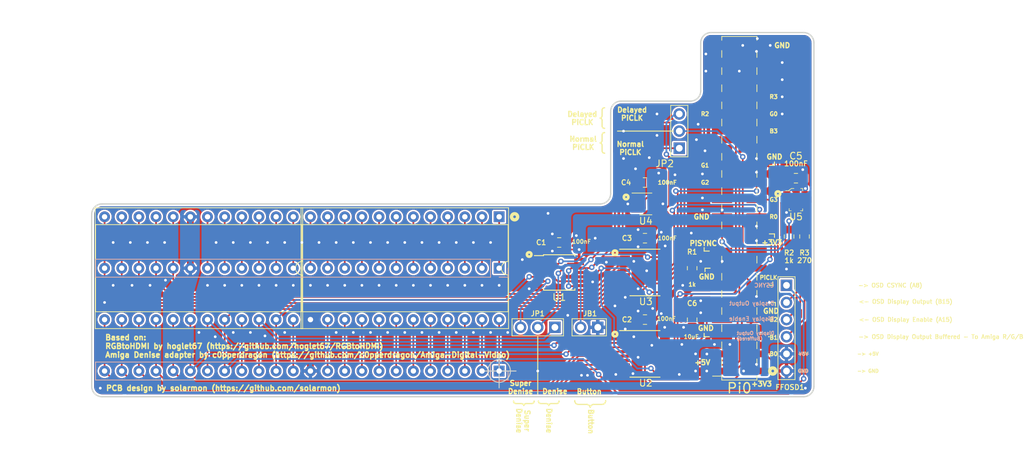
<source format=kicad_pcb>
(kicad_pcb (version 20171130) (host pcbnew "(5.1.9)-1")
  (title_block (title "RGBtoHDMI Amiga Denise - solarmon") (date 2021-02-25) (rev 1))
  (layers (0 F.Cu signal) (31 B.Cu signal) (34 B.Paste user) (35 F.Paste user) (36 B.SilkS user) (37 F.SilkS user) (38 B.Mask user) (39 F.Mask user) (44 Edge.Cuts user))
  (net 0 "")
  (net 1 GND)
  (net 2 +3V3)
  (net 3 /B0)
  (net 4 /R3)
  (net 5 /R2)
  (net 6 /R1)
  (net 7 /R0)
  (net 8 +5V)
  (net 9 "Net-(JDenise1-Pad18)")
  (net 10 "Net-(JDenise1-Pad17)")
  (net 11 "Net-(JDenise1-Pad16)")
  (net 12 "Net-(JDenise1-Pad15)")
  (net 13 "Net-(JDenise1-Pad14)")
  (net 14 "Net-(JDenise1-Pad12)")
  (net 15 "Net-(JDenise1-Pad11)")
  (net 16 /CDAC)
  (net 17 "Net-(JDenise1-Pad10)")
  (net 18 "Net-(JDenise1-Pad9)")
  (net 19 /CSYNC)
  (net 20 "Net-(JDenise1-Pad8)")
  (net 21 /G3)
  (net 22 "Net-(JDenise1-Pad7)")
  (net 23 /G2)
  (net 24 "Net-(JDenise1-Pad6)")
  (net 25 /G1)
  (net 26 "Net-(JDenise1-Pad5)")
  (net 27 /G0)
  (net 28 "Net-(JDenise1-Pad4)")
  (net 29 /B3)
  (net 30 "Net-(JDenise1-Pad3)")
  (net 31 /B2)
  (net 32 "Net-(JDenise1-Pad2)")
  (net 33 /B1)
  (net 34 "Net-(JDenise1-Pad1)")
  (net 35 /PiCLK)
  (net 36 /PiCSYNC)
  (net 37 /PiR3)
  (net 38 /PiR2)
  (net 39 /PiR1)
  (net 40 /PiR0)
  (net 41 /PiG3)
  (net 42 /PiG2)
  (net 43 /PiG1)
  (net 44 /PiG0)
  (net 45 /PiB3)
  (net 46 /PiB2)
  (net 47 /PiB1)
  (net 48 /PiB0)
  (net 49 "Net-(JDenise1-Pad19)")
  (net 50 "Net-(JDenise1-Pad20)")
  (net 51 "Net-(JDenise1-Pad21)")
  (net 52 "Net-(JDenise1-Pad22)")
  (net 53 "Net-(JDenise1-Pad23)")
  (net 54 "Net-(JDenise1-Pad24)")
  (net 55 "Net-(JDenise2-Pad24)")
  (net 56 "Net-(JDenise2-Pad21)")
  (net 57 "Net-(JDenise2-Pad6)")
  (net 58 "Net-(JDenise2-Pad5)")
  (net 59 "Net-(JDenise2-Pad4)")
  (net 60 "Net-(JDenise2-Pad3)")
  (net 61 "Net-(JDenise2-Pad2)")
  (net 62 "Net-(JDenise2-Pad1)")
  (net 63 "Net-(U3-Pad18)")
  (net 64 /7MHZ)
  (net 65 "Net-(JP1-Pad3)")
  (net 66 "Net-(JP1-Pad2)")
  (net 67 "Net-(U1-Pad3)")
  (net 68 "Net-(U2-Pad19)")
  (net 69 "Net-(JP2-Pad3)")
  (net 70 "Net-(U4-Pad3)")
  (net 71 "Net-(JB1-Pad2)")
  (net 72 "Net-(JP2-Pad1)")
  (net 73 "Net-(U1-Pad2)")
  (net 74 "Net-(U1-Pad11)")
  (net 75 /OSD_DISPLAY_OUTPUT_BUFFERRED)
  (net 76 /OSD_DISPLAY_ENABLE)
  (net 77 /OSD_DISPLAY_OUPUT)
  (net 78 "Net-(R3-Pad2)")
  (net 79 "Net-(Pi0-Pad8)")
  (net 80 "Net-(Pi0-Pad10)")
  (net 81 "Net-(Pi0-Pad12)")
  (net 82 "Net-(Pi0-Pad13)")
  (net 83 "Net-(Pi0-Pad15)")
  (net 84 "Net-(Pi0-Pad18)")
  (net 85 "Net-(Pi0-Pad22)")
  (net 86 "Net-(Pi0-Pad27)")
  (net 87 "Net-(Pi0-Pad28)")
  (net 88 "Net-(Pi0-Pad30)")
  (net 89 "Net-(Pi0-Pad34)")
  (net 90 "Net-(Pi0-Pad35)")
  (net 91 "Net-(Pi0-Pad37)")
  (net 92 "Net-(Pi0-Pad38)")
  (net 93 "Net-(Pi0-Pad40)")
  (module solarmon_library:PinHeader_1x24_P2.54mm_Vertical_smaller (layer B.Cu) (at 163.703 80.391 90)
    (fp_text reference JMainBoard2 hide)
    (fp_text value Conn_01x24)
    (pad 24 thru_hole oval (at 0 -58.42 90) (size 1.6 1.6) (drill 0.8) (layers *.Cu *.Mask) (net 33 /B1))
    (pad 23 thru_hole oval (at 0 -55.88 90) (size 1.6 1.6) (drill 0.8) (layers *.Cu *.Mask) (net 31 /B2))
    (pad 22 thru_hole oval (at 0 -53.34 90) (size 1.6 1.6) (drill 0.8) (layers *.Cu *.Mask) (net 29 /B3))
    (pad 21 thru_hole oval (at 0 -50.8 90) (size 1.6 1.6) (drill 0.8) (layers *.Cu *.Mask) (net 27 /G0))
    (pad 20 thru_hole oval (at 0 -48.26 90) (size 1.6 1.6) (drill 0.8) (layers *.Cu *.Mask) (net 25 /G1))
    (pad 19 thru_hole oval (at 0 -45.72 90) (size 1.6 1.6) (drill 0.8) (layers *.Cu *.Mask) (net 23 /G2))
    (pad 18 thru_hole oval (at 0 -43.18 90) (size 1.6 1.6) (drill 0.8) (layers *.Cu *.Mask) (net 21 /G3))
    (pad 17 thru_hole oval (at 0 -40.64 90) (size 1.6 1.6) (drill 0.8) (layers *.Cu *.Mask) (net 19 /CSYNC))
    (pad 16 thru_hole oval (at 0 -38.1 90) (size 1.6 1.6) (drill 0.8) (layers *.Cu *.Mask) (net 56 "Net-(JDenise2-Pad21)"))
    (pad 15 thru_hole oval (at 0 -35.56 90) (size 1.6 1.6) (drill 0.8) (layers *.Cu *.Mask) (net 16 /CDAC))
    (pad 14 thru_hole oval (at 0 -33.02 90) (size 1.6 1.6) (drill 0.8) (layers *.Cu *.Mask) (net 64 /7MHZ))
    (pad 13 thru_hole oval (at 0 -30.48 90) (size 1.6 1.6) (drill 0.8) (layers *.Cu *.Mask) (net 55 "Net-(JDenise2-Pad24)"))
    (pad 12 thru_hole oval (at 0 -27.94 90) (size 1.6 1.6) (drill 0.8) (layers *.Cu *.Mask) (net 1 GND))
    (pad 11 thru_hole oval (at 0 -25.4 90) (size 1.6 1.6) (drill 0.8) (layers *.Cu *.Mask) (net 13 "Net-(JDenise1-Pad14)"))
    (pad 10 thru_hole oval (at 0 -22.86 90) (size 1.6 1.6) (drill 0.8) (layers *.Cu *.Mask) (net 12 "Net-(JDenise1-Pad15)"))
    (pad 9 thru_hole oval (at 0 -20.32 90) (size 1.6 1.6) (drill 0.8) (layers *.Cu *.Mask) (net 11 "Net-(JDenise1-Pad16)"))
    (pad 8 thru_hole oval (at 0 -17.78 90) (size 1.6 1.6) (drill 0.8) (layers *.Cu *.Mask) (net 10 "Net-(JDenise1-Pad17)"))
    (pad 7 thru_hole oval (at 0 -15.24 90) (size 1.6 1.6) (drill 0.8) (layers *.Cu *.Mask) (net 9 "Net-(JDenise1-Pad18)"))
    (pad 6 thru_hole oval (at 0 -12.7 90) (size 1.6 1.6) (drill 0.8) (layers *.Cu *.Mask) (net 49 "Net-(JDenise1-Pad19)"))
    (pad 5 thru_hole oval (at 0 -10.16 90) (size 1.6 1.6) (drill 0.8) (layers *.Cu *.Mask) (net 50 "Net-(JDenise1-Pad20)"))
    (pad 4 thru_hole oval (at 0 -7.62 90) (size 1.6 1.6) (drill 0.8) (layers *.Cu *.Mask) (net 51 "Net-(JDenise1-Pad21)"))
    (pad 3 thru_hole oval (at 0 -5.08 90) (size 1.6 1.6) (drill 0.8) (layers *.Cu *.Mask) (net 52 "Net-(JDenise1-Pad22)"))
    (pad 2 thru_hole oval (at 0 -2.54 90) (size 1.6 1.6) (drill 0.8) (layers *.Cu *.Mask) (net 53 "Net-(JDenise1-Pad23)"))
    (pad 1 thru_hole rect (at 0 0 90) (size 1.6 1.6) (drill 0.8) (layers *.Cu *.Mask) (net 54 "Net-(JDenise1-Pad24)"))
  )
  (module solarmon_library:PinHeader_1x24_P2.54mm_Vertical_smaller (layer B.Cu) (at 163.703 65.151 90)
    (fp_text reference JMainBoard1 hide)
    (fp_text value Conn_01x24)
    (pad 24 thru_hole oval (at 0 -58.42 90) (size 1.6 1.6) (drill 0.8) (layers *.Cu *.Mask) (net 3 /B0))
    (pad 23 thru_hole oval (at 0 -55.88 90) (size 1.6 1.6) (drill 0.8) (layers *.Cu *.Mask) (net 4 /R3))
    (pad 22 thru_hole oval (at 0 -53.34 90) (size 1.6 1.6) (drill 0.8) (layers *.Cu *.Mask) (net 5 /R2))
    (pad 21 thru_hole oval (at 0 -50.8 90) (size 1.6 1.6) (drill 0.8) (layers *.Cu *.Mask) (net 6 /R1))
    (pad 20 thru_hole oval (at 0 -48.26 90) (size 1.6 1.6) (drill 0.8) (layers *.Cu *.Mask) (net 7 /R0))
    (pad 19 thru_hole oval (at 0 -45.72 90) (size 1.6 1.6) (drill 0.8) (layers *.Cu *.Mask) (net 8 +5V))
    (pad 18 thru_hole oval (at 0 -43.18 90) (size 1.6 1.6) (drill 0.8) (layers *.Cu *.Mask) (net 57 "Net-(JDenise2-Pad6)"))
    (pad 17 thru_hole oval (at 0 -40.64 90) (size 1.6 1.6) (drill 0.8) (layers *.Cu *.Mask) (net 58 "Net-(JDenise2-Pad5)"))
    (pad 16 thru_hole oval (at 0 -38.1 90) (size 1.6 1.6) (drill 0.8) (layers *.Cu *.Mask) (net 59 "Net-(JDenise2-Pad4)"))
    (pad 15 thru_hole oval (at 0 -35.56 90) (size 1.6 1.6) (drill 0.8) (layers *.Cu *.Mask) (net 60 "Net-(JDenise2-Pad3)"))
    (pad 14 thru_hole oval (at 0 -33.02 90) (size 1.6 1.6) (drill 0.8) (layers *.Cu *.Mask) (net 61 "Net-(JDenise2-Pad2)"))
    (pad 13 thru_hole oval (at 0 -30.48 90) (size 1.6 1.6) (drill 0.8) (layers *.Cu *.Mask) (net 62 "Net-(JDenise2-Pad1)"))
    (pad 12 thru_hole oval (at 0 -27.94 90) (size 1.6 1.6) (drill 0.8) (layers *.Cu *.Mask) (net 14 "Net-(JDenise1-Pad12)"))
    (pad 11 thru_hole oval (at 0 -25.4 90) (size 1.6 1.6) (drill 0.8) (layers *.Cu *.Mask) (net 15 "Net-(JDenise1-Pad11)"))
    (pad 10 thru_hole oval (at 0 -22.86 90) (size 1.6 1.6) (drill 0.8) (layers *.Cu *.Mask) (net 17 "Net-(JDenise1-Pad10)"))
    (pad 9 thru_hole oval (at 0 -20.32 90) (size 1.6 1.6) (drill 0.8) (layers *.Cu *.Mask) (net 18 "Net-(JDenise1-Pad9)"))
    (pad 8 thru_hole oval (at 0 -17.78 90) (size 1.6 1.6) (drill 0.8) (layers *.Cu *.Mask) (net 20 "Net-(JDenise1-Pad8)"))
    (pad 7 thru_hole oval (at 0 -15.24 90) (size 1.6 1.6) (drill 0.8) (layers *.Cu *.Mask) (net 22 "Net-(JDenise1-Pad7)"))
    (pad 6 thru_hole oval (at 0 -12.7 90) (size 1.6 1.6) (drill 0.8) (layers *.Cu *.Mask) (net 24 "Net-(JDenise1-Pad6)"))
    (pad 5 thru_hole oval (at 0 -10.16 90) (size 1.6 1.6) (drill 0.8) (layers *.Cu *.Mask) (net 26 "Net-(JDenise1-Pad5)"))
    (pad 4 thru_hole oval (at 0 -7.62 90) (size 1.6 1.6) (drill 0.8) (layers *.Cu *.Mask) (net 28 "Net-(JDenise1-Pad4)"))
    (pad 3 thru_hole oval (at 0 -5.08 90) (size 1.6 1.6) (drill 0.8) (layers *.Cu *.Mask) (net 30 "Net-(JDenise1-Pad3)"))
    (pad 2 thru_hole oval (at 0 -2.54 90) (size 1.6 1.6) (drill 0.8) (layers *.Cu *.Mask) (net 32 "Net-(JDenise1-Pad2)"))
    (pad 1 thru_hole rect (at 0 0 90) (size 1.6 1.6) (drill 0.8) (layers *.Cu *.Mask) (net 34 "Net-(JDenise1-Pad1)"))
  )
  (module Connector_PinHeader_2.54mm:PinHeader_1x06_P2.54mm_Horizontal (layer F.Cu) (at 206.248 67.691)
    (fp_text reference FFOSD1 (at 0.508 15.113) (layer F.SilkS) (effects (font (size 0.75 0.75))))
    (fp_text value Conn_01x06)
    (pad 6 thru_hole oval (at 0 12.7) (size 1.7 1.7) (drill 1) (layers *.Cu *.Mask) (net 1 GND))
    (pad 5 thru_hole oval (at 0 10.16) (size 1.7 1.7) (drill 1) (layers *.Cu *.Mask) (net 8 +5V))
    (pad 4 thru_hole oval (at 0 7.62) (size 1.7 1.7) (drill 1) (layers *.Cu *.Mask) (net 75 /OSD_DISPLAY_OUTPUT_BUFFERRED))
    (pad 3 thru_hole oval (at 0 5.08) (size 1.7 1.7) (drill 1) (layers *.Cu *.Mask) (net 76 /OSD_DISPLAY_ENABLE))
    (pad 2 thru_hole oval (at 0 2.54) (size 1.7 1.7) (drill 1) (layers *.Cu *.Mask) (net 77 /OSD_DISPLAY_OUPUT))
    (pad 1 thru_hole rect (at 0 0) (size 1.7 1.7) (drill 1) (layers *.Cu *.Mask) (net 19 /CSYNC))
  )
  (module Resistor_SMD:R_0805_2012Metric_Pad1.15x1.40mm_HandSolder (layer F.Cu) (at 208.915 60.452 90)
    (fp_text reference R3 (at -2.413 0 180) (layer F.SilkS) (effects (font (size 0.75 0.75))))
    (fp_text value 270 (at -3.556 0 180) (layer F.SilkS) (effects (font (size 0.75 0.75))))
    (pad 2 smd roundrect (at 1.025 0 90) (size 1.15 1.4) (layers F.Cu F.Paste F.Mask) (roundrect_rratio 0.2173904347826087) (net 78 "Net-(R3-Pad2)"))
    (pad 1 smd roundrect (at -1.025 0 90) (size 1.15 1.4) (layers F.Cu F.Paste F.Mask) (roundrect_rratio 0.2173904347826087) (net 75 /OSD_DISPLAY_OUTPUT_BUFFERRED))
  )
  (module Capacitor_SMD:C_0805_2012Metric_Pad1.15x1.40mm_HandSolder (layer F.Cu) (at 207.645 51.816 180)
    (fp_text reference C5 (at 0 3.302) (layer F.SilkS))
    (fp_text value 100nF (at 0 2.159) (layer F.SilkS) (effects (font (size 0.75 0.75))))
    (pad 2 smd roundrect (at 1.025 0 180) (size 1.15 1.4) (layers F.Cu F.Paste F.Mask) (roundrect_rratio 0.2173904347826087) (net 1 GND))
    (pad 1 smd roundrect (at -1.025 0 180) (size 1.15 1.4) (layers F.Cu F.Paste F.Mask) (roundrect_rratio 0.2173904347826087) (net 2 +3V3))
  )
  (module solarmon_library:SOT-753 (layer F.Cu) (at 207.645 54.991 270)
    (fp_text reference U5 (at 2.54 0 180) (layer F.SilkS))
    (fp_text value 74LVC1G125)
    (pad 5 smd rect (at -0.95 -1.35 270) (size 0.6 1.05) (layers F.Cu F.Paste F.Mask) (net 2 +3V3))
    (pad 4 smd rect (at 0.95 -1.35 270) (size 0.6 1.05) (layers F.Cu F.Paste F.Mask) (net 78 "Net-(R3-Pad2)"))
    (pad 3 smd rect (at 0.95 1.35 270) (size 0.6 1.05) (layers F.Cu F.Paste F.Mask) (net 1 GND))
    (pad 2 smd rect (at 0 1.35 270) (size 0.6 1.05) (layers F.Cu F.Paste F.Mask) (net 77 /OSD_DISPLAY_OUPUT))
    (pad 1 smd rect (at -0.95 1.35 270) (size 0.6 1.05) (layers F.Cu F.Paste F.Mask) (net 76 /OSD_DISPLAY_ENABLE))
  )
  (module Package_TO_SOT_SMD:SOT-23-6_Handsoldering (layer F.Cu) (at 185.42 55.626)
    (fp_text reference U4 (at 0 2.54) (layer F.SilkS))
    (fp_text value SN74LVC2G04)
    (pad 5 smd rect (at 1.35 0) (size 1.56 0.65) (layers F.Cu F.Paste F.Mask) (net 2 +3V3))
    (pad 6 smd rect (at 1.35 -0.95) (size 1.56 0.65) (layers F.Cu F.Paste F.Mask) (net 70 "Net-(U4-Pad3)"))
    (pad 4 smd rect (at 1.35 0.95) (size 1.56 0.65) (layers F.Cu F.Paste F.Mask) (net 69 "Net-(JP2-Pad3)"))
    (pad 3 smd rect (at -1.35 0.95) (size 1.56 0.65) (layers F.Cu F.Paste F.Mask) (net 70 "Net-(U4-Pad3)"))
    (pad 2 smd rect (at -1.35 0) (size 1.56 0.65) (layers F.Cu F.Paste F.Mask) (net 1 GND))
    (pad 1 smd rect (at -1.35 -0.95) (size 1.56 0.65) (layers F.Cu F.Paste F.Mask) (net 72 "Net-(JP2-Pad1)"))
  )
  (module Connector_PinHeader_2.54mm:PinHeader_1x03_P2.54mm_Horizontal (layer F.Cu) (at 171.958 73.914 270)
    (fp_text reference JP1 (at -2.032 2.54 180) (layer F.SilkS) (effects (font (size 0.75 0.75))))
    (fp_text value Jumper_3_Bridged12)
    (pad 1 thru_hole rect (at 0 0 270) (size 1.7 1.7) (drill 1) (layers *.Cu *.Mask) (net 16 /CDAC))
    (pad 2 thru_hole oval (at 0 2.54 270) (size 1.7 1.7) (drill 1) (layers *.Cu *.Mask) (net 66 "Net-(JP1-Pad2)"))
    (pad 3 thru_hole oval (at 0 5.08 270) (size 1.7 1.7) (drill 1) (layers *.Cu *.Mask) (net 65 "Net-(JP1-Pad3)"))
  )
  (module Connector_PinHeader_2.54mm:PinHeader_1x02_P2.54mm_Horizontal (layer F.Cu) (at 178.308 73.914 270)
    (fp_text reference JB1 (at -2.032 1.143 180) (layer F.SilkS) (effects (font (size 0.75 0.75))))
    (fp_text value Conn_01x02)
    (pad 2 thru_hole oval (at 0 2.54 270) (size 1.7 1.7) (drill 1) (layers *.Cu *.Mask) (net 71 "Net-(JB1-Pad2)"))
    (pad 1 thru_hole rect (at 0 0 270) (size 1.7 1.7) (drill 1) (layers *.Cu *.Mask) (net 1 GND))
  )
  (module Connector_PinHeader_2.54mm:PinHeader_1x03_P2.54mm_Horizontal (layer F.Cu) (at 190.373 47.371 180)
    (fp_text reference JP2 (at 2.159 -2.286 180) (layer F.SilkS))
    (fp_text value Jumper_3_Bridged12)
    (pad 3 thru_hole oval (at 0 5.08 180) (size 1.7 1.7) (drill 1) (layers *.Cu *.Mask) (net 69 "Net-(JP2-Pad3)"))
    (pad 2 thru_hole oval (at 0 2.54 180) (size 1.7 1.7) (drill 1) (layers *.Cu *.Mask) (net 35 /PiCLK))
    (pad 1 thru_hole rect (at 0 0 180) (size 1.7 1.7) (drill 1) (layers *.Cu *.Mask) (net 72 "Net-(JP2-Pad1)"))
  )
  (module Resistor_SMD:R_0805_2012Metric_Pad1.15x1.40mm_HandSolder (layer F.Cu) (at 206.629 60.452 270)
    (fp_text reference R2 (at 2.413 0 180) (layer F.SilkS) (effects (font (size 0.75 0.75))))
    (fp_text value 1k (at 3.556 0 180) (layer F.SilkS) (effects (font (size 0.75 0.75))))
    (pad 2 smd roundrect (at 1.025 0 270) (size 1.15 1.4) (layers F.Cu F.Paste F.Mask) (roundrect_rratio 0.2173904347826087) (net 77 /OSD_DISPLAY_OUPUT))
    (pad 1 smd roundrect (at -1.025 0 270) (size 1.15 1.4) (layers F.Cu F.Paste F.Mask) (roundrect_rratio 0.2173904347826087) (net 84 "Net-(Pi0-Pad18)"))
  )
  (module Capacitor_SMD:C_0805_2012Metric_Pad1.15x1.40mm_HandSolder (layer F.Cu) (at 185.293 52.451 180)
    (fp_text reference C4 (at 2.794 0) (layer F.SilkS) (effects (font (size 0.75 0.75))))
    (fp_text value 100nF (at -3.302 0) (layer F.SilkS) (effects (font (size 0.6 0.6))))
    (pad 2 smd roundrect (at 1.025 0 180) (size 1.15 1.4) (layers F.Cu F.Paste F.Mask) (roundrect_rratio 0.2173904347826087) (net 1 GND))
    (pad 1 smd roundrect (at -1.025 0 180) (size 1.15 1.4) (layers F.Cu F.Paste F.Mask) (roundrect_rratio 0.2173904347826087) (net 2 +3V3))
  )
  (module solarmon_library:PinSocket_2x20_P2.54mm_Vertical_SMD_Flipped_For_Pi_Zero (layer F.Cu) (at 199.263 56.261 180)
    (fp_text reference Pi0 (at 0 -26.67) (layer F.SilkS) (effects (font (size 1.5 1.5) (thickness 0.2))))
    (fp_text value Conn_02x20_Odd_Even)
    (pad 1 smd rect (at -2.56 -24.13 180) (size 3 1) (layers F.Cu F.Paste F.Mask) (net 2 +3V3))
    (pad 2 smd rect (at 2.56 -24.13 180) (size 3 1) (layers F.Cu F.Paste F.Mask) (net 8 +5V))
    (pad 3 smd rect (at -2.56 -21.59 180) (size 3 1) (layers F.Cu F.Paste F.Mask) (net 48 /PiB0))
    (pad 4 smd rect (at 2.56 -21.59 180) (size 3 1) (layers F.Cu F.Paste F.Mask) (net 8 +5V))
    (pad 5 smd rect (at -2.56 -19.05 180) (size 3 1) (layers F.Cu F.Paste F.Mask) (net 47 /PiB1))
    (pad 6 smd rect (at 2.56 -19.05 180) (size 3 1) (layers F.Cu F.Paste F.Mask) (net 1 GND))
    (pad 7 smd rect (at -2.56 -16.51 180) (size 3 1) (layers F.Cu F.Paste F.Mask) (net 46 /PiB2))
    (pad 8 smd rect (at 2.56 -16.51 180) (size 3 1) (layers F.Cu F.Paste F.Mask) (net 79 "Net-(Pi0-Pad8)"))
    (pad 9 smd rect (at -2.56 -13.97 180) (size 3 1) (layers F.Cu F.Paste F.Mask) (net 1 GND))
    (pad 10 smd rect (at 2.56 -13.97 180) (size 3 1) (layers F.Cu F.Paste F.Mask) (net 80 "Net-(Pi0-Pad10)"))
    (pad 11 smd rect (at -2.56 -11.43 180) (size 3 1) (layers F.Cu F.Paste F.Mask) (net 35 /PiCLK))
    (pad 12 smd rect (at 2.56 -11.43 180) (size 3 1) (layers F.Cu F.Paste F.Mask) (net 81 "Net-(Pi0-Pad12)"))
    (pad 13 smd rect (at -2.56 -8.89 180) (size 3 1) (layers F.Cu F.Paste F.Mask) (net 82 "Net-(Pi0-Pad13)"))
    (pad 14 smd rect (at 2.56 -8.89 180) (size 3 1) (layers F.Cu F.Paste F.Mask) (net 1 GND))
    (pad 15 smd rect (at -2.56 -6.35 180) (size 3 1) (layers F.Cu F.Paste F.Mask) (net 83 "Net-(Pi0-Pad15)"))
    (pad 16 smd rect (at 2.56 -6.35 180) (size 3 1) (layers F.Cu F.Paste F.Mask) (net 36 /PiCSYNC))
    (pad 17 smd rect (at -2.56 -3.81 180) (size 3 1) (layers F.Cu F.Paste F.Mask) (net 2 +3V3))
    (pad 18 smd rect (at 2.56 -3.81 180) (size 3 1) (layers F.Cu F.Paste F.Mask) (net 84 "Net-(Pi0-Pad18)"))
    (pad 19 smd rect (at -2.56 -1.27 180) (size 3 1) (layers F.Cu F.Paste F.Mask) (net 40 /PiR0))
    (pad 20 smd rect (at 2.56 -1.27 180) (size 3 1) (layers F.Cu F.Paste F.Mask) (net 1 GND))
    (pad 21 smd rect (at -2.56 1.27 180) (size 3 1) (layers F.Cu F.Paste F.Mask) (net 41 /PiG3))
    (pad 22 smd rect (at 2.56 1.27 180) (size 3 1) (layers F.Cu F.Paste F.Mask) (net 85 "Net-(Pi0-Pad22)"))
    (pad 23 smd rect (at -2.56 3.81 180) (size 3 1) (layers F.Cu F.Paste F.Mask) (net 39 /PiR1))
    (pad 24 smd rect (at 2.56 3.81 180) (size 3 1) (layers F.Cu F.Paste F.Mask) (net 42 /PiG2))
    (pad 25 smd rect (at -2.56 6.35 180) (size 3 1) (layers F.Cu F.Paste F.Mask) (net 1 GND))
    (pad 26 smd rect (at 2.56 6.35 180) (size 3 1) (layers F.Cu F.Paste F.Mask) (net 43 /PiG1))
    (pad 27 smd rect (at -2.56 8.89 180) (size 3 1) (layers F.Cu F.Paste F.Mask) (net 86 "Net-(Pi0-Pad27)"))
    (pad 28 smd rect (at 2.56 8.89 180) (size 3 1) (layers F.Cu F.Paste F.Mask) (net 87 "Net-(Pi0-Pad28)"))
    (pad 29 smd rect (at -2.56 11.43 180) (size 3 1) (layers F.Cu F.Paste F.Mask) (net 45 /PiB3))
    (pad 30 smd rect (at 2.56 11.43 180) (size 3 1) (layers F.Cu F.Paste F.Mask) (net 88 "Net-(Pi0-Pad30)"))
    (pad 31 smd rect (at -2.56 13.97 180) (size 3 1) (layers F.Cu F.Paste F.Mask) (net 44 /PiG0))
    (pad 32 smd rect (at 2.56 13.97 180) (size 3 1) (layers F.Cu F.Paste F.Mask) (net 38 /PiR2))
    (pad 33 smd rect (at -2.56 16.51 180) (size 3 1) (layers F.Cu F.Paste F.Mask) (net 37 /PiR3))
    (pad 34 smd rect (at 2.56 16.51 180) (size 3 1) (layers F.Cu F.Paste F.Mask) (net 89 "Net-(Pi0-Pad34)"))
    (pad 35 smd rect (at -2.56 19.05 180) (size 3 1) (layers F.Cu F.Paste F.Mask) (net 90 "Net-(Pi0-Pad35)"))
    (pad 36 smd rect (at 2.56 19.05 180) (size 3 1) (layers F.Cu F.Paste F.Mask) (net 71 "Net-(JB1-Pad2)"))
    (pad 37 smd rect (at -2.56 21.59 180) (size 3 1) (layers F.Cu F.Paste F.Mask) (net 91 "Net-(Pi0-Pad37)"))
    (pad 38 smd rect (at 2.56 21.59 180) (size 3 1) (layers F.Cu F.Paste F.Mask) (net 92 "Net-(Pi0-Pad38)"))
    (pad 39 smd rect (at -2.56 24.13 180) (size 3 1) (layers F.Cu F.Paste F.Mask) (net 1 GND))
    (pad 40 smd rect (at 2.56 24.13 180) (size 3 1) (layers F.Cu F.Paste F.Mask) (net 93 "Net-(Pi0-Pad40)"))
  )
  (module Capacitor_SMD:C_0805_2012Metric_Pad1.15x1.40mm_HandSolder (layer F.Cu) (at 185.293 60.706 180)
    (fp_text reference C3 (at 2.667 0) (layer F.SilkS) (effects (font (size 0.75 0.75))))
    (fp_text value 100nF (at -3.302 0) (layer F.SilkS) (effects (font (size 0.6 0.6) (thickness 0.125))))
    (pad 2 smd roundrect (at 1.025 0 180) (size 1.15 1.4) (layers F.Cu F.Paste F.Mask) (roundrect_rratio 0.2173904347826087) (net 1 GND))
    (pad 1 smd roundrect (at -1.025 0 180) (size 1.15 1.4) (layers F.Cu F.Paste F.Mask) (roundrect_rratio 0.2173904347826087) (net 2 +3V3))
  )
  (module Capacitor_SMD:C_0805_2012Metric_Pad1.15x1.40mm_HandSolder (layer F.Cu) (at 185.293 72.771 180)
    (fp_text reference C2 (at 2.667 0) (layer F.SilkS) (effects (font (size 0.75 0.75))))
    (fp_text value 100nF (at -3.175 0.127) (layer F.SilkS) (effects (font (size 0.6 0.6) (thickness 0.125))))
    (pad 2 smd roundrect (at 1.025 0 180) (size 1.15 1.4) (layers F.Cu F.Paste F.Mask) (roundrect_rratio 0.2173904347826087) (net 1 GND))
    (pad 1 smd roundrect (at -1.025 0 180) (size 1.15 1.4) (layers F.Cu F.Paste F.Mask) (roundrect_rratio 0.2173904347826087) (net 2 +3V3))
  )
  (module Capacitor_SMD:C_0805_2012Metric_Pad1.15x1.40mm_HandSolder (layer F.Cu) (at 172.593 61.341 180)
    (fp_text reference C1 (at 2.667 0) (layer F.SilkS) (effects (font (size 0.75 0.75))))
    (fp_text value 100nF (at -3.302 0.127) (layer F.SilkS) (effects (font (size 0.6 0.6) (thickness 0.125))))
    (pad 2 smd roundrect (at 1.025 0 180) (size 1.15 1.4) (layers F.Cu F.Paste F.Mask) (roundrect_rratio 0.2173904347826087) (net 1 GND))
    (pad 1 smd roundrect (at -1.025 0 180) (size 1.15 1.4) (layers F.Cu F.Paste F.Mask) (roundrect_rratio 0.2173904347826087) (net 2 +3V3))
  )
  (module Package_SO:TSSOP-14_4.4x5mm_P0.65mm (layer F.Cu) (at 172.593 65.786)
    (fp_text reference U1 (at 0 3.683) (layer F.SilkS))
    (fp_text value 74LVC86)
    (pad 1 smd rect (at -2.95 -1.95) (size 1.45 0.45) (layers F.Cu F.Paste F.Mask) (net 2 +3V3))
    (pad 2 smd rect (at -2.95 -1.3) (size 1.45 0.45) (layers F.Cu F.Paste F.Mask) (net 73 "Net-(U1-Pad2)"))
    (pad 3 smd rect (at -2.95 -0.65) (size 1.45 0.45) (layers F.Cu F.Paste F.Mask) (net 67 "Net-(U1-Pad3)"))
    (pad 4 smd rect (at -2.95 0) (size 1.45 0.45) (layers F.Cu F.Paste F.Mask) (net 2 +3V3))
    (pad 5 smd rect (at -2.95 0.65) (size 1.45 0.45) (layers F.Cu F.Paste F.Mask) (net 64 /7MHZ))
    (pad 6 smd rect (at -2.95 1.3) (size 1.45 0.45) (layers F.Cu F.Paste F.Mask) (net 65 "Net-(JP1-Pad3)"))
    (pad 7 smd rect (at -2.95 1.95) (size 1.45 0.45) (layers F.Cu F.Paste F.Mask) (net 1 GND))
    (pad 8 smd rect (at 2.95 1.95) (size 1.45 0.45) (layers F.Cu F.Paste F.Mask) (net 72 "Net-(JP2-Pad1)"))
    (pad 9 smd rect (at 2.95 1.3) (size 1.45 0.45) (layers F.Cu F.Paste F.Mask) (net 67 "Net-(U1-Pad3)"))
    (pad 10 smd rect (at 2.95 0.65) (size 1.45 0.45) (layers F.Cu F.Paste F.Mask) (net 1 GND))
    (pad 11 smd rect (at 2.95 0) (size 1.45 0.45) (layers F.Cu F.Paste F.Mask) (net 74 "Net-(U1-Pad11)"))
    (pad 12 smd rect (at 2.95 -0.65) (size 1.45 0.45) (layers F.Cu F.Paste F.Mask) (net 72 "Net-(JP2-Pad1)"))
    (pad 13 smd rect (at 2.95 -1.3) (size 1.45 0.45) (layers F.Cu F.Paste F.Mask) (net 66 "Net-(JP1-Pad2)"))
    (pad 14 smd rect (at 2.95 -1.95) (size 1.45 0.45) (layers F.Cu F.Paste F.Mask) (net 2 +3V3))
  )
  (module Package_SO:TSSOP-20_4.4x6.5mm_P0.65mm (layer F.Cu) (at 185.293 77.851)
    (fp_text reference U2 (at 0.127 4.318) (layer F.SilkS))
    (fp_text value 74LVC574)
    (pad 20 smd rect (at 2.95 -2.925) (size 1.45 0.45) (layers F.Cu F.Paste F.Mask) (net 2 +3V3))
    (pad 19 smd rect (at 2.95 -2.275) (size 1.45 0.45) (layers F.Cu F.Paste F.Mask) (net 68 "Net-(U2-Pad19)"))
    (pad 18 smd rect (at 2.95 -1.625) (size 1.45 0.45) (layers F.Cu F.Paste F.Mask) (net 41 /PiG3))
    (pad 17 smd rect (at 2.95 -0.975) (size 1.45 0.45) (layers F.Cu F.Paste F.Mask) (net 42 /PiG2))
    (pad 16 smd rect (at 2.95 -0.325) (size 1.45 0.45) (layers F.Cu F.Paste F.Mask) (net 43 /PiG1))
    (pad 15 smd rect (at 2.95 0.325) (size 1.45 0.45) (layers F.Cu F.Paste F.Mask) (net 44 /PiG0))
    (pad 14 smd rect (at 2.95 0.975) (size 1.45 0.45) (layers F.Cu F.Paste F.Mask) (net 45 /PiB3))
    (pad 13 smd rect (at 2.95 1.625) (size 1.45 0.45) (layers F.Cu F.Paste F.Mask) (net 46 /PiB2))
    (pad 12 smd rect (at 2.95 2.275) (size 1.45 0.45) (layers F.Cu F.Paste F.Mask) (net 47 /PiB1))
    (pad 11 smd rect (at 2.95 2.925) (size 1.45 0.45) (layers F.Cu F.Paste F.Mask) (net 74 "Net-(U1-Pad11)"))
    (pad 10 smd rect (at -2.95 2.925) (size 1.45 0.45) (layers F.Cu F.Paste F.Mask) (net 1 GND))
    (pad 9 smd rect (at -2.95 2.275) (size 1.45 0.45) (layers F.Cu F.Paste F.Mask) (net 33 /B1))
    (pad 8 smd rect (at -2.95 1.625) (size 1.45 0.45) (layers F.Cu F.Paste F.Mask) (net 31 /B2))
    (pad 7 smd rect (at -2.95 0.975) (size 1.45 0.45) (layers F.Cu F.Paste F.Mask) (net 29 /B3))
    (pad 6 smd rect (at -2.95 0.325) (size 1.45 0.45) (layers F.Cu F.Paste F.Mask) (net 27 /G0))
    (pad 5 smd rect (at -2.95 -0.325) (size 1.45 0.45) (layers F.Cu F.Paste F.Mask) (net 25 /G1))
    (pad 4 smd rect (at -2.95 -0.975) (size 1.45 0.45) (layers F.Cu F.Paste F.Mask) (net 23 /G2))
    (pad 3 smd rect (at -2.95 -1.625) (size 1.45 0.45) (layers F.Cu F.Paste F.Mask) (net 21 /G3))
    (pad 2 smd rect (at -2.95 -2.275) (size 1.45 0.45) (layers F.Cu F.Paste F.Mask) (net 1 GND))
    (pad 1 smd rect (at -2.95 -2.925) (size 1.45 0.45) (layers F.Cu F.Paste F.Mask) (net 1 GND))
  )
  (module Package_SO:TSSOP-20_4.4x6.5mm_P0.65mm (layer F.Cu) (at 185.293 65.786)
    (fp_text reference U3 (at 0.127 4.318) (layer F.SilkS))
    (fp_text value 74LVC574)
    (pad 1 smd rect (at -2.95 -2.925) (size 1.45 0.45) (layers F.Cu F.Paste F.Mask) (net 1 GND))
    (pad 2 smd rect (at -2.95 -2.275) (size 1.45 0.45) (layers F.Cu F.Paste F.Mask) (net 72 "Net-(JP2-Pad1)"))
    (pad 3 smd rect (at -2.95 -1.625) (size 1.45 0.45) (layers F.Cu F.Paste F.Mask) (net 1 GND))
    (pad 4 smd rect (at -2.95 -0.975) (size 1.45 0.45) (layers F.Cu F.Paste F.Mask) (net 7 /R0))
    (pad 5 smd rect (at -2.95 -0.325) (size 1.45 0.45) (layers F.Cu F.Paste F.Mask) (net 6 /R1))
    (pad 6 smd rect (at -2.95 0.325) (size 1.45 0.45) (layers F.Cu F.Paste F.Mask) (net 5 /R2))
    (pad 7 smd rect (at -2.95 0.975) (size 1.45 0.45) (layers F.Cu F.Paste F.Mask) (net 4 /R3))
    (pad 8 smd rect (at -2.95 1.625) (size 1.45 0.45) (layers F.Cu F.Paste F.Mask) (net 3 /B0))
    (pad 9 smd rect (at -2.95 2.275) (size 1.45 0.45) (layers F.Cu F.Paste F.Mask) (net 19 /CSYNC))
    (pad 10 smd rect (at -2.95 2.925) (size 1.45 0.45) (layers F.Cu F.Paste F.Mask) (net 1 GND))
    (pad 11 smd rect (at 2.95 2.925) (size 1.45 0.45) (layers F.Cu F.Paste F.Mask) (net 74 "Net-(U1-Pad11)"))
    (pad 12 smd rect (at 2.95 2.275) (size 1.45 0.45) (layers F.Cu F.Paste F.Mask) (net 36 /PiCSYNC))
    (pad 13 smd rect (at 2.95 1.625) (size 1.45 0.45) (layers F.Cu F.Paste F.Mask) (net 48 /PiB0))
    (pad 14 smd rect (at 2.95 0.975) (size 1.45 0.45) (layers F.Cu F.Paste F.Mask) (net 37 /PiR3))
    (pad 15 smd rect (at 2.95 0.325) (size 1.45 0.45) (layers F.Cu F.Paste F.Mask) (net 38 /PiR2))
    (pad 16 smd rect (at 2.95 -0.325) (size 1.45 0.45) (layers F.Cu F.Paste F.Mask) (net 39 /PiR1))
    (pad 17 smd rect (at 2.95 -0.975) (size 1.45 0.45) (layers F.Cu F.Paste F.Mask) (net 40 /PiR0))
    (pad 18 smd rect (at 2.95 -1.625) (size 1.45 0.45) (layers F.Cu F.Paste F.Mask) (net 63 "Net-(U3-Pad18)"))
    (pad 19 smd rect (at 2.95 -2.275) (size 1.45 0.45) (layers F.Cu F.Paste F.Mask) (net 73 "Net-(U1-Pad2)"))
    (pad 20 smd rect (at 2.95 -2.925) (size 1.45 0.45) (layers F.Cu F.Paste F.Mask) (net 2 +3V3))
  )
  (module Capacitor_SMD:C_0805_2012Metric_Pad1.15x1.40mm_HandSolder (layer F.Cu) (at 192.278 72.771 90)
    (fp_text reference C6 (at 2.413 0) (layer F.SilkS) (effects (font (size 0.75 0.75))))
    (fp_text value 10uF (at -2.54 -0.127) (layer F.SilkS) (effects (font (size 0.6 0.6) (thickness 0.125))))
    (pad 1 smd roundrect (at -1.025 0 90) (size 1.15 1.4) (layers F.Cu F.Paste F.Mask) (roundrect_rratio 0.2173904347826087) (net 2 +3V3))
    (pad 2 smd roundrect (at 1.025 0 90) (size 1.15 1.4) (layers F.Cu F.Paste F.Mask) (roundrect_rratio 0.2173904347826087) (net 1 GND))
  )
  (module Resistor_SMD:R_0805_2012Metric_Pad1.15x1.40mm_HandSolder (layer F.Cu) (at 192.278 65.151 90)
    (fp_text reference R1 (at 2.413 0) (layer F.SilkS) (effects (font (size 0.75 0.75))))
    (fp_text value 1k (at -2.413 0) (layer F.SilkS) (effects (font (size 0.6 0.6))))
    (pad 1 smd roundrect (at -1.025 0 90) (size 1.15 1.4) (layers F.Cu F.Paste F.Mask) (roundrect_rratio 0.2173904347826087) (net 81 "Net-(Pi0-Pad12)"))
    (pad 2 smd roundrect (at 1.025 0 90) (size 1.15 1.4) (layers F.Cu F.Paste F.Mask) (roundrect_rratio 0.2173904347826087) (net 1 GND))
  )
  (module Package_DIP:DIP-24_W15.24mm_Socket (layer F.Cu) (at 163.703 57.531 270)
    (fp_text reference JDenise1 hide)
    (fp_text value Conn_02x12_Counter_Clockwise)
    (pad 1 thru_hole rect (at 0 0 270) (size 1.6 1.6) (drill 0.8) (layers *.Cu *.Mask) (net 34 "Net-(JDenise1-Pad1)"))
    (pad 13 thru_hole oval (at 15.24 27.94 270) (size 1.6 1.6) (drill 0.8) (layers *.Cu *.Mask) (net 1 GND))
    (pad 2 thru_hole oval (at 0 2.54 270) (size 1.6 1.6) (drill 0.8) (layers *.Cu *.Mask) (net 32 "Net-(JDenise1-Pad2)"))
    (pad 14 thru_hole oval (at 15.24 25.4 270) (size 1.6 1.6) (drill 0.8) (layers *.Cu *.Mask) (net 13 "Net-(JDenise1-Pad14)"))
    (pad 3 thru_hole oval (at 0 5.08 270) (size 1.6 1.6) (drill 0.8) (layers *.Cu *.Mask) (net 30 "Net-(JDenise1-Pad3)"))
    (pad 15 thru_hole oval (at 15.24 22.86 270) (size 1.6 1.6) (drill 0.8) (layers *.Cu *.Mask) (net 12 "Net-(JDenise1-Pad15)"))
    (pad 4 thru_hole oval (at 0 7.62 270) (size 1.6 1.6) (drill 0.8) (layers *.Cu *.Mask) (net 28 "Net-(JDenise1-Pad4)"))
    (pad 16 thru_hole oval (at 15.24 20.32 270) (size 1.6 1.6) (drill 0.8) (layers *.Cu *.Mask) (net 11 "Net-(JDenise1-Pad16)"))
    (pad 5 thru_hole oval (at 0 10.16 270) (size 1.6 1.6) (drill 0.8) (layers *.Cu *.Mask) (net 26 "Net-(JDenise1-Pad5)"))
    (pad 17 thru_hole oval (at 15.24 17.78 270) (size 1.6 1.6) (drill 0.8) (layers *.Cu *.Mask) (net 10 "Net-(JDenise1-Pad17)"))
    (pad 6 thru_hole oval (at 0 12.7 270) (size 1.6 1.6) (drill 0.8) (layers *.Cu *.Mask) (net 24 "Net-(JDenise1-Pad6)"))
    (pad 18 thru_hole oval (at 15.24 15.24 270) (size 1.6 1.6) (drill 0.8) (layers *.Cu *.Mask) (net 9 "Net-(JDenise1-Pad18)"))
    (pad 7 thru_hole oval (at 0 15.24 270) (size 1.6 1.6) (drill 0.8) (layers *.Cu *.Mask) (net 22 "Net-(JDenise1-Pad7)"))
    (pad 19 thru_hole oval (at 15.24 12.7 270) (size 1.6 1.6) (drill 0.8) (layers *.Cu *.Mask) (net 49 "Net-(JDenise1-Pad19)"))
    (pad 8 thru_hole oval (at 0 17.78 270) (size 1.6 1.6) (drill 0.8) (layers *.Cu *.Mask) (net 20 "Net-(JDenise1-Pad8)"))
    (pad 20 thru_hole oval (at 15.24 10.16 270) (size 1.6 1.6) (drill 0.8) (layers *.Cu *.Mask) (net 50 "Net-(JDenise1-Pad20)"))
    (pad 9 thru_hole oval (at 0 20.32 270) (size 1.6 1.6) (drill 0.8) (layers *.Cu *.Mask) (net 18 "Net-(JDenise1-Pad9)"))
    (pad 21 thru_hole oval (at 15.24 7.62 270) (size 1.6 1.6) (drill 0.8) (layers *.Cu *.Mask) (net 51 "Net-(JDenise1-Pad21)"))
    (pad 10 thru_hole oval (at 0 22.86 270) (size 1.6 1.6) (drill 0.8) (layers *.Cu *.Mask) (net 17 "Net-(JDenise1-Pad10)"))
    (pad 22 thru_hole oval (at 15.24 5.08 270) (size 1.6 1.6) (drill 0.8) (layers *.Cu *.Mask) (net 52 "Net-(JDenise1-Pad22)"))
    (pad 11 thru_hole oval (at 0 25.4 270) (size 1.6 1.6) (drill 0.8) (layers *.Cu *.Mask) (net 15 "Net-(JDenise1-Pad11)"))
    (pad 23 thru_hole oval (at 15.24 2.54 270) (size 1.6 1.6) (drill 0.8) (layers *.Cu *.Mask) (net 53 "Net-(JDenise1-Pad23)"))
    (pad 12 thru_hole oval (at 0 27.94 270) (size 1.6 1.6) (drill 0.8) (layers *.Cu *.Mask) (net 14 "Net-(JDenise1-Pad12)"))
    (pad 24 thru_hole oval (at 15.24 0 270) (size 1.6 1.6) (drill 0.8) (layers *.Cu *.Mask) (net 54 "Net-(JDenise1-Pad24)"))
  )
  (module Package_DIP:DIP-24_W15.24mm_Socket (layer F.Cu) (at 133.223 57.531 270)
    (fp_text reference JDenise2 hide)
    (fp_text value Conn_02x12_Counter_Clockwise)
    (pad 1 thru_hole circle (at 0 0 270) (size 1.6 1.6) (drill 0.8) (layers *.Cu *.Mask) (net 62 "Net-(JDenise2-Pad1)"))
    (pad 13 thru_hole oval (at 15.24 27.94 270) (size 1.6 1.6) (drill 0.8) (layers *.Cu *.Mask) (net 33 /B1))
    (pad 2 thru_hole oval (at 0 2.54 270) (size 1.6 1.6) (drill 0.8) (layers *.Cu *.Mask) (net 61 "Net-(JDenise2-Pad2)"))
    (pad 14 thru_hole oval (at 15.24 25.4 270) (size 1.6 1.6) (drill 0.8) (layers *.Cu *.Mask) (net 31 /B2))
    (pad 3 thru_hole oval (at 0 5.08 270) (size 1.6 1.6) (drill 0.8) (layers *.Cu *.Mask) (net 60 "Net-(JDenise2-Pad3)"))
    (pad 15 thru_hole oval (at 15.24 22.86 270) (size 1.6 1.6) (drill 0.8) (layers *.Cu *.Mask) (net 29 /B3))
    (pad 4 thru_hole oval (at 0 7.62 270) (size 1.6 1.6) (drill 0.8) (layers *.Cu *.Mask) (net 59 "Net-(JDenise2-Pad4)"))
    (pad 16 thru_hole oval (at 15.24 20.32 270) (size 1.6 1.6) (drill 0.8) (layers *.Cu *.Mask) (net 27 /G0))
    (pad 5 thru_hole oval (at 0 10.16 270) (size 1.6 1.6) (drill 0.8) (layers *.Cu *.Mask) (net 58 "Net-(JDenise2-Pad5)"))
    (pad 17 thru_hole oval (at 15.24 17.78 270) (size 1.6 1.6) (drill 0.8) (layers *.Cu *.Mask) (net 25 /G1))
    (pad 6 thru_hole oval (at 0 12.7 270) (size 1.6 1.6) (drill 0.8) (layers *.Cu *.Mask) (net 57 "Net-(JDenise2-Pad6)"))
    (pad 18 thru_hole oval (at 15.24 15.24 270) (size 1.6 1.6) (drill 0.8) (layers *.Cu *.Mask) (net 23 /G2))
    (pad 7 thru_hole oval (at 0 15.24 270) (size 1.6 1.6) (drill 0.8) (layers *.Cu *.Mask) (net 8 +5V))
    (pad 19 thru_hole oval (at 15.24 12.7 270) (size 1.6 1.6) (drill 0.8) (layers *.Cu *.Mask) (net 21 /G3))
    (pad 8 thru_hole oval (at 0 17.78 270) (size 1.6 1.6) (drill 0.8) (layers *.Cu *.Mask) (net 7 /R0))
    (pad 20 thru_hole oval (at 15.24 10.16 270) (size 1.6 1.6) (drill 0.8) (layers *.Cu *.Mask) (net 19 /CSYNC))
    (pad 9 thru_hole oval (at 0 20.32 270) (size 1.6 1.6) (drill 0.8) (layers *.Cu *.Mask) (net 6 /R1))
    (pad 21 thru_hole oval (at 15.24 7.62 270) (size 1.6 1.6) (drill 0.8) (layers *.Cu *.Mask) (net 56 "Net-(JDenise2-Pad21)"))
    (pad 10 thru_hole oval (at 0 22.86 270) (size 1.6 1.6) (drill 0.8) (layers *.Cu *.Mask) (net 5 /R2))
    (pad 22 thru_hole oval (at 15.24 5.08 270) (size 1.6 1.6) (drill 0.8) (layers *.Cu *.Mask) (net 16 /CDAC))
    (pad 11 thru_hole oval (at 0 25.4 270) (size 1.6 1.6) (drill 0.8) (layers *.Cu *.Mask) (net 4 /R3))
    (pad 23 thru_hole oval (at 15.24 2.54 270) (size 1.6 1.6) (drill 0.8) (layers *.Cu *.Mask) (net 64 /7MHZ))
    (pad 12 thru_hole oval (at 0 27.94 270) (size 1.6 1.6) (drill 0.8) (layers *.Cu *.Mask) (net 3 /B0))
    (pad 24 thru_hole oval (at 15.24 0 270) (size 1.6 1.6) (drill 0.8) (layers *.Cu *.Mask) (net 55 "Net-(JDenise2-Pad24)"))
  )
  (gr_line (start 203.708 77.851) (end 203.581 77.851) (layer F.SilkS) (width 0.15))
  (gr_line (start 203.708 75.311) (end 203.581 75.311) (layer F.SilkS) (width 0.15))
  (gr_line (start 203.708 72.771) (end 203.581 72.771) (layer F.SilkS) (width 0.15))
  (gr_text R2 (at 194.183 42.291) (layer F.SilkS) (effects (font (size 0.6 0.6))))
  (gr_text R3 (at 204.343 39.751) (layer F.SilkS) (effects (font (size 0.6 0.6))))
  (gr_text G0 (at 204.343 42.291) (layer F.SilkS) (effects (font (size 0.6 0.6))))
  (gr_text B3 (at 204.343 44.831) (layer F.SilkS) (effects (font (size 0.6 0.6))))
  (gr_text G1 (at 194.183 49.911) (layer F.SilkS) (effects (font (size 0.6 0.6))))
  (gr_text G2 (at 194.183 52.451) (layer F.SilkS) (effects (font (size 0.6 0.6))))
  (gr_text G3 (at 204.343 54.991) (layer F.SilkS) (effects (font (size 0.6 0.6))))
  (gr_text R0 (at 204.343 57.531) (layer F.SilkS) (effects (font (size 0.6 0.6))))
  (gr_text B0 (at 204.343 77.851) (layer F.SilkS) (effects (font (size 0.6 0.6))))
  (gr_text B1 (at 204.343 75.438) (layer F.SilkS) (effects (font (size 0.6 0.6))))
  (gr_text B2 (at 204.343 72.771) (layer F.SilkS) (effects (font (size 0.6 0.6))))
  (gr_line (start 204.216 67.691) (end 203.708 67.691) (layer F.SilkS) (width 0.15))
  (gr_line (start 204.216 67.691) (end 204.216 67.183) (layer F.SilkS) (width 0.15))
  (gr_text PiCLK (at 203.581 66.548) (layer F.SilkS) (effects (font (size 0.6 0.6))))
  (gr_line (start 194.818 62.611) (end 194.056 62.611) (layer F.SilkS) (width 0.15))
  (gr_line (start 194.056 62.103) (end 194.056 62.611) (layer F.SilkS) (width 0.15))
  (gr_text PiSYNC (at 193.929 61.468) (layer F.SilkS) (effects (font (size 0.75 0.75) (thickness 0.1875))))
  (gr_line (start 194.818 75.311) (end 194.056 75.311) (layer F.SilkS) (width 0.15))
  (gr_line (start 194.056 75.311) (end 194.056 74.803) (layer F.SilkS) (width 0.15))
  (gr_text GND (at 194.31 74.041) (layer F.SilkS) (effects (font (size 0.75 0.75) (thickness 0.1875))))
  (gr_line (start 204.597 70.231) (end 204.089 70.231) (layer F.SilkS) (width 0.15))
  (gr_line (start 204.597 70.739) (end 204.597 70.231) (layer F.SilkS) (width 0.15))
  (gr_text GND (at 203.962 71.501) (layer F.SilkS) (effects (font (size 0.75 0.75) (thickness 0.1875))))
  (gr_line (start 194.183 65.659) (end 194.183 65.151) (layer F.SilkS) (width 0.15))
  (gr_line (start 194.945 65.151) (end 194.183 65.151) (layer F.SilkS) (width 0.15))
  (gr_text GND (at 194.437 66.421) (layer F.SilkS) (effects (font (size 0.75 0.75) (thickness 0.1875))))
  (gr_text GND (at 193.675 57.531) (layer F.SilkS) (effects (font (size 0.75 0.75) (thickness 0.1875))))
  (gr_line (start 204.47 49.911) (end 204.47 49.403) (layer F.SilkS) (width 0.15))
  (gr_line (start 204.47 49.911) (end 203.708 49.911) (layer F.SilkS) (width 0.15))
  (gr_text GND (at 204.47 48.641) (layer F.SilkS) (effects (font (size 0.75 0.75) (thickness 0.1875))))
  (gr_text GND (at 205.613 32.131) (layer F.SilkS) (effects (font (size 0.75 0.75) (thickness 0.1875))))
  (gr_line (start 204.47 60.579) (end 204.47 60.071) (layer F.SilkS) (width 0.15))
  (gr_line (start 204.47 60.071) (end 203.708 60.071) (layer F.SilkS) (width 0.15))
  (gr_text +3V3 (at 204.089 61.341) (layer F.SilkS) (effects (font (size 0.75 0.75) (thickness 0.1875))))
  (gr_text +3V3 (at 202.565 82.296) (layer F.SilkS) (effects (font (size 0.75 0.75) (thickness 0.1875))))
  (gr_text +5V (at 193.802 79.121) (layer F.SilkS) (effects (font (size 0.75 0.75) (thickness 0.1875))))
  (gr_text "Normal\nPiCLK" (at 176.149 46.609) (layer F.SilkS) (effects (font (size 0.75 0.75) (thickness 0.1875))))
  (gr_text "Delayed\nPiCLK" (at 176.022 42.926) (layer F.SilkS) (effects (font (size 0.75 0.75) (thickness 0.1875))))
  (gr_text } (at 178.943 46.736 180) (layer F.SilkS) (effects (font (size 2 2) (thickness 0.1875))))
  (gr_text } (at 178.943 43.053 180) (layer F.SilkS) (effects (font (size 2 2) (thickness 0.1875))))
  (gr_text } (at 167.513 85.217 -90) (layer F.SilkS) (effects (font (size 2 2) (thickness 0.1875))))
  (gr_text } (at 171.196 85.217 -90) (layer F.SilkS) (effects (font (size 2 2) (thickness 0.1875))))
  (gr_text } (at 177.419 85.344 270) (layer F.SilkS) (effects (font (size 3 3) (thickness 0.1875))))
  (gr_text "\nDenise" (at 171.704 87.757 270) (layer F.SilkS) (effects (font (size 0.75 0.75) (thickness 0.1875))))
  (gr_text "Super\nDenise" (at 167.259 87.757 270) (layer F.SilkS) (effects (font (size 0.75 0.75) (thickness 0.1875))))
  (gr_text Button (at 177.292 87.884 270) (layer F.SilkS) (effects (font (size 0.75 0.75) (thickness 0.1875))))
  (gr_text GND (at 207.899 80.391) (layer B.SilkS) (effects (font (size 0.5 0.5) (thickness 0.125)) (justify right mirror)))
  (gr_text +5V (at 208.026 77.851) (layer B.SilkS) (effects (font (size 0.5 0.5) (thickness 0.125)) (justify right mirror)))
  (gr_text "-> GND" (at 219.964 80.391) (layer F.SilkS) (effects (font (size 0.5 0.5) (thickness 0.125)) (justify right)))
  (gr_text "-> +5V" (at 219.964 77.851) (layer F.SilkS) (effects (font (size 0.5 0.5) (thickness 0.125)) (justify right)))
  (gr_text GND (at 209.55 80.391) (layer F.SilkS) (effects (font (size 0.5 0.5) (thickness 0.125)) (justify right)))
  (gr_text +5V (at 209.55 77.851) (layer F.SilkS) (effects (font (size 0.5 0.5) (thickness 0.125)) (justify right)))
  (gr_text "Display Output\n(Buffered)" (at 198.816833 75.184) (layer B.SilkS) (effects (font (size 0.5 0.5) (thickness 0.125)) (justify right mirror)))
  (gr_text "Display Enable" (at 197.654929 72.644) (layer B.SilkS) (effects (font (size 0.6 0.6) (thickness 0.125)) (justify right mirror)))
  (gr_text "Display Output" (at 197.712072 70.358) (layer B.SilkS) (effects (font (size 0.6 0.6) (thickness 0.125)) (justify right mirror)))
  (gr_text CSYNC (at 202.946 67.691) (layer B.SilkS) (effects (font (size 0.6 0.6) (thickness 0.125)) (justify mirror)))
  (gr_circle (center 204.216 80.391) (end 204.416 80.391) (layer F.SilkS) (width 0.5))
  (gr_text "<- OSD Display Enable (A15)" (at 223.901 72.771) (layer F.SilkS) (effects (font (size 0.6 0.6) (thickness 0.125))))
  (gr_text "<- OSD Display Output (B15)" (at 223.901 70.104) (layer F.SilkS) (effects (font (size 0.6 0.6) (thickness 0.125))))
  (gr_circle (center 204.978 54.102) (end 204.978 54.229) (layer F.SilkS) (width 0.4))
  (gr_text "-> OSD CSYNC (A8)" (at 221.615 67.691) (layer F.SilkS) (effects (font (size 0.6 0.6) (thickness 0.125))))
  (gr_text "-> OSD Display Output Buffered - To Amiga R/G/B" (at 229.108 75.311) (layer F.SilkS) (effects (font (size 0.6 0.6) (thickness 0.125))))
  (gr_line (start 189.484 44.831) (end 181.229 44.831) (layer F.SilkS) (width 0.15))
  (gr_text Button (at 177.038 83.439) (layer F.SilkS) (effects (font (size 0.75 0.75) (thickness 0.1875))))
  (gr_text "Delayed\nPiCLK" (at 183.388 42.291) (layer F.SilkS) (effects (font (size 0.75 0.75) (thickness 0.1875))))
  (gr_text "Normal\nPiCLK" (at 183.134 47.371) (layer F.SilkS) (effects (font (size 0.75 0.75) (thickness 0.1875))))
  (gr_circle (center 182.499 54.61) (end 182.499 54.737) (layer F.SilkS) (width 0.4))
  (gr_arc (start 178.689 54.102) (end 178.689 55.626) (angle -90) (layer Edge.Cuts) (width 0.2))
  (gr_arc (start 181.737 41.91) (end 181.737 40.386) (angle -90) (layer Edge.Cuts) (width 0.2))
  (gr_arc (start 192.024 38.862) (end 192.024 40.386) (angle -90) (layer Edge.Cuts) (width 0.2))
  (gr_line (start 180.213 54.102) (end 180.213 41.91) (layer Edge.Cuts) (width 0.2))
  (gr_circle (center 165.989 57.531) (end 166.189 57.531) (layer F.SilkS) (width 0.5))
  (gr_arc (start 195.072 31.75) (end 195.072 30.226) (angle -90) (layer Edge.Cuts) (width 0.2))
  (gr_arc (start 208.788 31.75) (end 210.312 31.75) (angle -90) (layer Edge.Cuts) (width 0.2))
  (gr_arc (start 208.788 82.677) (end 208.788 84.201) (angle -90) (layer Edge.Cuts) (width 0.2))
  (gr_arc (start 104.902 57.15) (end 104.902 55.626) (angle -90) (layer Edge.Cuts) (width 0.2))
  (gr_arc (start 104.902 82.677) (end 103.378 82.677) (angle -90) (layer Edge.Cuts) (width 0.2))
  (gr_text "PCB design by solarmon (https://github.com/solarmon)" (at 105.41 82.931) (layer F.SilkS) (effects (font (size 0.8 0.8) (thickness 0.2)) (justify left)))
  (gr_line (start 169.418 75.311) (end 169.418 83.82) (layer F.SilkS) (width 0.15))
  (gr_line (start 192.024 40.386) (end 181.737 40.386) (layer Edge.Cuts) (width 0.2))
  (gr_line (start 210.312 31.75) (end 210.312 82.677) (layer Edge.Cuts) (width 0.2))
  (gr_line (start 195.072 30.226) (end 208.788 30.226) (layer Edge.Cuts) (width 0.2))
  (gr_line (start 193.548 38.862) (end 193.548 31.75) (layer Edge.Cuts) (width 0.2))
  (gr_circle (center 168.148 63.119) (end 168.148 63.246) (layer F.SilkS) (width 0.4))
  (gr_circle (center 180.848 74.93) (end 180.848 75.057) (layer F.SilkS) (width 0.4))
  (gr_circle (center 180.848 62.865) (end 180.848 62.992) (layer F.SilkS) (width 0.4))
  (target plus (at 163.703 80.391) (size 5) (width 0.15) (layer Edge.Cuts))
  (gr_text "Super\nDenise" (at 166.878 82.804) (layer F.SilkS) (effects (font (size 0.75 0.75) (thickness 0.1875))))
  (gr_text "\nDenise" (at 171.958 82.804) (layer F.SilkS) (effects (font (size 0.75 0.75) (thickness 0.1875))))
  (gr_line (start 208.788 84.201) (end 104.902 84.201) (layer Edge.Cuts) (width 0.2))
  (gr_text "Based on:\nRGBtoHDMI by hoglet67 (https://github.com/hoglet67/RGBtoHDMI)\nAmiga Denise adapter by c0pperdragon (https://github.com/c0pperdragon/Amiga-Digital-Video)" (at 105.283 76.708) (layer F.SilkS) (effects (font (size 0.8 0.8) (thickness 0.2)) (justify left)))
  (gr_line (start 178.689 55.626) (end 104.902 55.626) (layer Edge.Cuts) (width 0.2))
  (gr_line (start 103.378 57.15) (end 103.378 82.677) (layer Edge.Cuts) (width 0.2))
  (via (at 171.577 62.611) (size 0.8) (drill 0.4) (layers F.Cu B.Cu) (net 1))
  (via (at 193.548 71.755) (size 0.8) (drill 0.4) (layers F.Cu B.Cu) (net 1))
  (via (at 196.723 64.135) (size 0.8) (drill 0.4) (layers F.Cu B.Cu) (net 1))
  (via (at 197.866 76.454) (size 0.8) (drill 0.4) (layers F.Cu B.Cu) (net 1))
  (via (at 199.771 32.131) (size 0.8) (drill 0.4) (layers F.Cu B.Cu) (net 1))
  (via (at 201.803 33.02) (size 0.8) (drill 0.4) (layers F.Cu B.Cu) (net 1))
  (via (at 203.835 32.131) (size 0.8) (drill 0.4) (layers F.Cu B.Cu) (net 1))
  (via (at 201.93 31.115) (size 0.8) (drill 0.4) (layers F.Cu B.Cu) (net 1))
  (via (at 183.515 80.772) (size 0.8) (drill 0.4) (layers F.Cu B.Cu) (net 1))
  (via (at 182.372 74.168) (size 0.8) (drill 0.4) (layers F.Cu B.Cu) (net 1))
  (via (at 184.277 71.501) (size 0.8) (drill 0.4) (layers F.Cu B.Cu) (net 1))
  (via (at 184.277 61.976) (size 0.8) (drill 0.4) (layers F.Cu B.Cu) (net 1))
  (via (at 184.277 59.436) (size 0.8) (drill 0.4) (layers F.Cu B.Cu) (net 1))
  (via (at 193.802 56.515) (size 0.8) (drill 0.4) (layers F.Cu B.Cu) (net 1))
  (segment (start 196.723 57.511) (end 196.703 57.531) (width 0.25) (layer F.Cu) (net 1))
  (via (at 193.802 54.737) (size 0.8) (drill 0.4) (layers F.Cu B.Cu) (net 1))
  (via (at 201.803 48.895) (size 0.8) (drill 0.4) (layers F.Cu B.Cu) (net 1))
  (via (at 195.58 76.454) (size 0.8) (drill 0.4) (layers F.Cu B.Cu) (net 1))
  (via (at 190.373 80.899) (size 0.8) (drill 0.4) (layers F.Cu B.Cu) (net 1))
  (via (at 192.786 80.391) (size 0.8) (drill 0.4) (layers F.Cu B.Cu) (net 1))
  (via (at 192.786 77.851) (size 0.8) (drill 0.4) (layers F.Cu B.Cu) (net 1))
  (via (at 182.372 69.469) (size 0.8) (drill 0.4) (layers F.Cu B.Cu) (net 1))
  (via (at 184.277 68.199) (size 0.8) (drill 0.4) (layers F.Cu B.Cu) (net 1))
  (via (at 168.148 68.199) (size 0.8) (drill 0.4) (layers F.Cu B.Cu) (net 1))
  (via (at 186.309 76.581) (size 0.8) (drill 0.4) (layers F.Cu B.Cu) (net 1))
  (via (at 190.754 76.454) (size 0.8) (drill 0.4) (layers F.Cu B.Cu) (net 1))
  (via (at 199.263 35.941) (size 0.8) (drill 0.4) (layers F.Cu B.Cu) (net 1))
  (via (at 205.613 37.211) (size 0.8) (drill 0.4) (layers F.Cu B.Cu) (net 1))
  (via (at 205.613 39.751) (size 0.8) (drill 0.4) (layers F.Cu B.Cu) (net 1))
  (via (at 205.613 34.671) (size 0.8) (drill 0.4) (layers F.Cu B.Cu) (net 1))
  (via (at 194.31 33.401) (size 0.8) (drill 0.4) (layers F.Cu B.Cu) (net 1))
  (via (at 194.31 35.941) (size 0.8) (drill 0.4) (layers F.Cu B.Cu) (net 1))
  (segment (start 135.763 72.771) (end 135.763 80.391) (width 1) (layer F.Cu) (net 1))
  (via (at 184.277 78.359) (size 0.8) (drill 0.4) (layers F.Cu B.Cu) (net 1))
  (via (at 185.547 65.532) (size 0.8) (drill 0.4) (layers F.Cu B.Cu) (net 1))
  (via (at 169.418 80.391) (size 0.8) (drill 0.4) (layers F.Cu B.Cu) (net 1))
  (via (at 176.784 81.026) (size 0.8) (drill 0.4) (layers F.Cu B.Cu) (net 1))
  (via (at 180.975 80.899) (size 0.8) (drill 0.4) (layers F.Cu B.Cu) (net 1))
  (via (at 177.927 60.706) (size 0.8) (drill 0.4) (layers F.Cu B.Cu) (net 1))
  (via (at 179.578 64.262) (size 0.8) (drill 0.4) (layers F.Cu B.Cu) (net 1))
  (via (at 120.523 67.691) (size 0.8) (drill 0.4) (layers F.Cu B.Cu) (net 1))
  (via (at 123.063 67.691) (size 0.8) (drill 0.4) (layers F.Cu B.Cu) (net 1))
  (via (at 125.603 67.691) (size 0.8) (drill 0.4) (layers F.Cu B.Cu) (net 1))
  (via (at 128.143 67.691) (size 0.8) (drill 0.4) (layers F.Cu B.Cu) (net 1))
  (via (at 130.683 67.691) (size 0.8) (drill 0.4) (layers F.Cu B.Cu) (net 1))
  (via (at 133.223 67.691) (size 0.8) (drill 0.4) (layers F.Cu B.Cu) (net 1))
  (via (at 135.763 67.691) (size 0.8) (drill 0.4) (layers F.Cu B.Cu) (net 1))
  (via (at 138.303 67.691) (size 0.8) (drill 0.4) (layers F.Cu B.Cu) (net 1))
  (via (at 140.843 67.691) (size 0.8) (drill 0.4) (layers F.Cu B.Cu) (net 1))
  (via (at 143.383 67.691) (size 0.8) (drill 0.4) (layers F.Cu B.Cu) (net 1))
  (via (at 145.923 67.691) (size 0.8) (drill 0.4) (layers F.Cu B.Cu) (net 1))
  (via (at 148.463 67.691) (size 0.8) (drill 0.4) (layers F.Cu B.Cu) (net 1))
  (via (at 151.003 67.691) (size 0.8) (drill 0.4) (layers F.Cu B.Cu) (net 1))
  (via (at 153.543 67.691) (size 0.8) (drill 0.4) (layers F.Cu B.Cu) (net 1))
  (via (at 156.083 67.691) (size 0.8) (drill 0.4) (layers F.Cu B.Cu) (net 1))
  (via (at 158.623 67.691) (size 0.8) (drill 0.4) (layers F.Cu B.Cu) (net 1))
  (via (at 161.163 67.691) (size 0.8) (drill 0.4) (layers F.Cu B.Cu) (net 1))
  (via (at 163.703 67.691) (size 0.8) (drill 0.4) (layers F.Cu B.Cu) (net 1))
  (via (at 106.553 61.341) (size 0.8) (drill 0.4) (layers F.Cu B.Cu) (net 1))
  (via (at 109.093 61.341) (size 0.8) (drill 0.4) (layers F.Cu B.Cu) (net 1))
  (via (at 111.633 61.341) (size 0.8) (drill 0.4) (layers F.Cu B.Cu) (net 1))
  (via (at 114.173 61.341) (size 0.8) (drill 0.4) (layers F.Cu B.Cu) (net 1))
  (via (at 121.793 61.341) (size 0.8) (drill 0.4) (layers F.Cu B.Cu) (net 1))
  (via (at 124.333 61.341) (size 0.8) (drill 0.4) (layers F.Cu B.Cu) (net 1))
  (via (at 126.873 61.341) (size 0.8) (drill 0.4) (layers F.Cu B.Cu) (net 1))
  (via (at 129.413 61.341) (size 0.8) (drill 0.4) (layers F.Cu B.Cu) (net 1))
  (via (at 131.953 61.341) (size 0.8) (drill 0.4) (layers F.Cu B.Cu) (net 1))
  (via (at 134.493 61.341) (size 0.8) (drill 0.4) (layers F.Cu B.Cu) (net 1))
  (via (at 137.033 61.341) (size 0.8) (drill 0.4) (layers F.Cu B.Cu) (net 1))
  (via (at 139.573 61.341) (size 0.8) (drill 0.4) (layers F.Cu B.Cu) (net 1))
  (via (at 142.113 61.341) (size 0.8) (drill 0.4) (layers F.Cu B.Cu) (net 1))
  (via (at 144.653 61.341) (size 0.8) (drill 0.4) (layers F.Cu B.Cu) (net 1))
  (via (at 147.193 61.341) (size 0.8) (drill 0.4) (layers F.Cu B.Cu) (net 1))
  (via (at 149.733 61.341) (size 0.8) (drill 0.4) (layers F.Cu B.Cu) (net 1))
  (via (at 152.273 61.341) (size 0.8) (drill 0.4) (layers F.Cu B.Cu) (net 1))
  (via (at 154.813 61.341) (size 0.8) (drill 0.4) (layers F.Cu B.Cu) (net 1))
  (via (at 157.353 61.341) (size 0.8) (drill 0.4) (layers F.Cu B.Cu) (net 1))
  (via (at 159.893 61.341) (size 0.8) (drill 0.4) (layers F.Cu B.Cu) (net 1))
  (via (at 162.433 61.341) (size 0.8) (drill 0.4) (layers F.Cu B.Cu) (net 1))
  (via (at 105.283 70.231) (size 0.8) (drill 0.4) (layers F.Cu B.Cu) (net 1))
  (via (at 104.648 82.931) (size 0.8) (drill 0.4) (layers F.Cu B.Cu) (net 1))
  (via (at 126.873 74.676) (size 0.8) (drill 0.4) (layers F.Cu B.Cu) (net 1))
  (via (at 131.953 74.676) (size 0.8) (drill 0.4) (layers F.Cu B.Cu) (net 1))
  (via (at 139.573 74.676) (size 0.8) (drill 0.4) (layers F.Cu B.Cu) (net 1))
  (via (at 142.113 74.676) (size 0.8) (drill 0.4) (layers F.Cu B.Cu) (net 1))
  (via (at 144.653 74.676) (size 0.8) (drill 0.4) (layers F.Cu B.Cu) (net 1))
  (via (at 147.193 74.676) (size 0.8) (drill 0.4) (layers F.Cu B.Cu) (net 1))
  (via (at 149.733 74.676) (size 0.8) (drill 0.4) (layers F.Cu B.Cu) (net 1))
  (via (at 152.273 74.676) (size 0.8) (drill 0.4) (layers F.Cu B.Cu) (net 1))
  (via (at 154.813 74.676) (size 0.8) (drill 0.4) (layers F.Cu B.Cu) (net 1))
  (via (at 157.353 74.676) (size 0.8) (drill 0.4) (layers F.Cu B.Cu) (net 1))
  (via (at 159.893 74.676) (size 0.8) (drill 0.4) (layers F.Cu B.Cu) (net 1))
  (via (at 162.433 74.676) (size 0.8) (drill 0.4) (layers F.Cu B.Cu) (net 1))
  (via (at 164.973 74.676) (size 0.8) (drill 0.4) (layers F.Cu B.Cu) (net 1))
  (via (at 124.333 74.676) (size 0.8) (drill 0.4) (layers F.Cu B.Cu) (net 1))
  (via (at 119.253 74.676) (size 0.8) (drill 0.4) (layers F.Cu B.Cu) (net 1))
  (via (at 183.642 75.311) (size 0.8) (drill 0.4) (layers F.Cu B.Cu) (net 1))
  (via (at 183.642 64.135) (size 0.8) (drill 0.4) (layers F.Cu B.Cu) (net 1))
  (via (at 177.546 67.183) (size 0.8) (drill 0.4) (layers F.Cu B.Cu) (net 1))
  (via (at 180.848 70.739) (size 0.8) (drill 0.4) (layers F.Cu B.Cu) (net 1))
  (via (at 193.548 69.977) (size 0.8) (drill 0.4) (layers F.Cu B.Cu) (net 1))
  (via (at 106.553 67.691) (size 0.8) (drill 0.4) (layers F.Cu B.Cu) (net 1))
  (via (at 109.347 67.691) (size 0.8) (drill 0.4) (layers F.Cu B.Cu) (net 1))
  (via (at 112.014 67.691) (size 0.8) (drill 0.4) (layers F.Cu B.Cu) (net 1))
  (via (at 114.3 66.929) (size 0.8) (drill 0.4) (layers F.Cu B.Cu) (net 1))
  (via (at 182.753 55.626) (size 0.8) (drill 0.4) (layers F.Cu B.Cu) (net 1))
  (via (at 193.548 64.135) (size 0.8) (drill 0.4) (layers F.Cu B.Cu) (net 1))
  (via (at 187.071 42.291) (size 0.8) (drill 0.4) (layers F.Cu B.Cu) (net 1))
  (via (at 183.896 50.419) (size 0.8) (drill 0.4) (layers F.Cu B.Cu) (net 1))
  (via (at 192.913 46.101) (size 0.8) (drill 0.4) (layers F.Cu B.Cu) (net 1))
  (via (at 182.118 48.895) (size 0.8) (drill 0.4) (layers F.Cu B.Cu) (net 1))
  (via (at 182.118 44.831) (size 0.8) (drill 0.4) (layers F.Cu B.Cu) (net 1))
  (via (at 192.151 59.944) (size 0.8) (drill 0.4) (layers F.Cu B.Cu) (net 1))
  (via (at 186.436 71.12) (size 0.8) (drill 0.4) (layers F.Cu B.Cu) (net 1))
  (via (at 189.738 51.308) (size 0.8) (drill 0.4) (layers F.Cu B.Cu) (net 1))
  (via (at 187.071 45.466) (size 0.8) (drill 0.4) (layers F.Cu B.Cu) (net 1))
  (via (at 193.167 43.815) (size 0.8) (drill 0.4) (layers F.Cu B.Cu) (net 1))
  (via (at 185.928 48.768) (size 0.8) (drill 0.4) (layers F.Cu B.Cu) (net 1))
  (via (at 193.802 51.181) (size 0.8) (drill 0.4) (layers F.Cu B.Cu) (net 1))
  (via (at 190.881 67.691) (size 0.8) (drill 0.4) (layers F.Cu B.Cu) (net 1))
  (via (at 173.863 72.136) (size 0.8) (drill 0.4) (layers F.Cu B.Cu) (net 1))
  (via (at 121.666 75.311) (size 0.8) (drill 0.4) (layers F.Cu B.Cu) (net 1))
  (via (at 194.183 47.752) (size 0.8) (drill 0.4) (layers F.Cu B.Cu) (net 1))
  (via (at 167.132 63.881) (size 0.8) (drill 0.4) (layers F.Cu B.Cu) (net 1))
  (via (at 129.032 75.184) (size 0.8) (drill 0.4) (layers F.Cu B.Cu) (net 1))
  (via (at 170.942 57.023) (size 0.8) (drill 0.4) (layers F.Cu B.Cu) (net 1))
  (via (at 171.577 60.071) (size 0.8) (drill 0.4) (layers F.Cu B.Cu) (net 1))
  (via (at 209.042 82.931) (size 0.8) (drill 0.4) (layers F.Cu B.Cu) (net 1))
  (via (at 206.248 56.896) (size 0.8) (drill 0.4) (layers F.Cu B.Cu) (net 1))
  (via (at 175.895 81.026) (size 0.8) (drill 0.4) (layers F.Cu B.Cu) (net 1))
  (via (at 203.708 70.231) (size 0.8) (drill 0.4) (layers F.Cu B.Cu) (net 1))
  (via (at 201.803 69.342) (size 0.8) (drill 0.4) (layers F.Cu B.Cu) (net 1))
  (via (at 201.803 50.927) (size 0.8) (drill 0.4) (layers F.Cu B.Cu) (net 1))
  (via (at 196.723 56.515) (size 0.8) (drill 0.4) (layers F.Cu B.Cu) (net 1))
  (via (at 205.613 42.291) (size 0.8) (drill 0.4) (layers F.Cu B.Cu) (net 1))
  (via (at 206.248 65.278) (size 0.8) (drill 0.4) (layers F.Cu B.Cu) (net 1))
  (via (at 191.008 73.914) (size 1) (drill 0.4) (layers F.Cu B.Cu) (net 2))
  (via (at 188.214 73.914) (size 1) (drill 0.4) (layers F.Cu B.Cu) (net 2))
  (segment (start 188.214 73.914) (end 188.214 74.897) (width 0.5) (layer F.Cu) (net 2))
  (segment (start 188.214 74.897) (end 188.217999 74.900999) (width 0.5) (layer F.Cu) (net 2))
  (segment (start 201.803 80.371) (end 201.803 79.40102) (width 0.5) (layer F.Cu) (net 2))
  (via (at 201.803009 79.401011) (size 0.8) (drill 0.4) (layers F.Cu B.Cu) (net 2))
  (segment (start 201.803 79.40102) (end 201.803009 79.401011) (width 0.5) (layer F.Cu) (net 2))
  (via (at 199.898 80.391) (size 0.8) (drill 0.4) (layers F.Cu B.Cu) (net 2))
  (segment (start 168.622998 65.786) (end 169.643 65.786) (width 0.25) (layer F.Cu) (net 2))
  (segment (start 168.148 65.311002) (end 168.622998 65.786) (width 0.25) (layer F.Cu) (net 2))
  (via (at 201.803 61.087) (size 1) (drill 0.4) (layers F.Cu B.Cu) (net 2))
  (segment (start 201.803 60.091) (end 201.823 60.071) (width 0.5) (layer F.Cu) (net 2))
  (segment (start 201.803 61.087) (end 201.803 60.091) (width 0.5) (layer F.Cu) (net 2))
  (segment (start 191.008 73.914) (end 192.278 73.796) (width 0.5) (layer F.Cu) (net 2))
  (segment (start 201.823 80.391) (end 199.898 80.391) (width 0.5) (layer F.Cu) (net 2))
  (via (at 201.803 58.928) (size 1) (drill 0.4) (layers F.Cu B.Cu) (net 2))
  (segment (start 201.803 60.051) (end 201.823 60.071) (width 0.5) (layer F.Cu) (net 2))
  (segment (start 201.803 58.928) (end 201.803 60.051) (width 0.5) (layer F.Cu) (net 2))
  (segment (start 188.243 62.861) (end 188.285663 61.849) (width 0.4) (layer F.Cu) (net 2))
  (via (at 188.285663 61.849) (size 1) (drill 0.4) (layers F.Cu B.Cu) (net 2))
  (via (at 187.325 51.054) (size 1) (drill 0.4) (layers F.Cu B.Cu) (net 2))
  (segment (start 186.643 55.626) (end 187.936258 55.626) (width 0.5) (layer F.Cu) (net 2))
  (via (at 187.948129 55.614129) (size 1) (drill 0.4) (layers F.Cu B.Cu) (net 2))
  (segment (start 187.936258 55.626) (end 187.948129 55.614129) (width 0.5) (layer F.Cu) (net 2))
  (segment (start 187.325 51.054) (end 186.318 52.451) (width 0.5) (layer F.Cu) (net 2))
  (segment (start 168.668 63.836) (end 169.643 63.836) (width 0.25) (layer F.Cu) (net 2))
  (segment (start 168.148 64.356) (end 168.668 63.836) (width 0.25) (layer F.Cu) (net 2))
  (segment (start 168.148 65.311002) (end 168.148 64.356) (width 0.25) (layer F.Cu) (net 2))
  (segment (start 173.208 62.386) (end 175.543 62.386) (width 0.25) (layer F.Cu) (net 2))
  (segment (start 171.758 63.836) (end 173.208 62.386) (width 0.25) (layer F.Cu) (net 2))
  (segment (start 169.643 63.836) (end 171.758 63.836) (width 0.25) (layer F.Cu) (net 2))
  (via (at 175.543 62.386) (size 1) (drill 0.4) (layers F.Cu B.Cu) (net 2))
  (via (at 209.042 53.34) (size 0.8) (drill 0.4) (layers F.Cu B.Cu) (net 2))
  (via (at 208.660986 50.546) (size 0.8) (drill 0.4) (layers F.Cu B.Cu) (net 2))
  (segment (start 208.67 51.816) (end 208.67 50.555014) (width 0.5) (layer F.Cu) (net 2))
  (segment (start 208.67 50.555014) (end 208.660986 50.546) (width 0.5) (layer F.Cu) (net 2))
  (segment (start 209.042 53.994) (end 208.995 54.041) (width 0.5) (layer F.Cu) (net 2))
  (segment (start 209.042 53.34) (end 209.042 53.994) (width 0.5) (layer F.Cu) (net 2))
  (via (at 187.706002 59.817) (size 1) (drill 0.4) (layers F.Cu B.Cu) (net 2))
  (segment (start 186.318 60.706) (end 186.817002 60.706) (width 0.5) (layer F.Cu) (net 2))
  (segment (start 186.817002 60.706) (end 187.706002 59.817) (width 0.5) (layer F.Cu) (net 2))
  (segment (start 175.543 63.754) (end 175.543 62.386) (width 0.4) (layer F.Cu) (net 2))
  (via (at 175.132992 60.325) (size 1) (drill 0.4) (layers F.Cu B.Cu) (net 2))
  (segment (start 173.618 61.341) (end 174.116992 61.341) (width 0.5) (layer F.Cu) (net 2))
  (segment (start 174.116992 61.341) (end 175.132992 60.325) (width 0.5) (layer F.Cu) (net 2))
  (segment (start 186.817 72.771) (end 187.706 71.882) (width 0.5) (layer F.Cu) (net 2))
  (segment (start 186.318 72.771) (end 186.817 72.771) (width 0.5) (layer F.Cu) (net 2))
  (via (at 187.706 71.882) (size 1) (drill 0.4) (layers F.Cu B.Cu) (net 2))
  (segment (start 105.283 57.531) (end 105.283 65.151) (width 0.25) (layer F.Cu) (net 3))
  (segment (start 178.017956 70.761044) (end 181.368 67.411) (width 0.25) (layer F.Cu) (net 3))
  (segment (start 108.226044 70.761044) (end 178.017956 70.761044) (width 0.25) (layer F.Cu) (net 3))
  (segment (start 105.283 67.818) (end 108.226044 70.761044) (width 0.25) (layer F.Cu) (net 3))
  (segment (start 181.368 67.411) (end 182.343 67.411) (width 0.25) (layer F.Cu) (net 3))
  (segment (start 105.283 65.151) (end 105.283 67.818) (width 0.25) (layer F.Cu) (net 3))
  (segment (start 107.823 57.531) (end 107.823 65.151) (width 0.25) (layer F.Cu) (net 4))
  (segment (start 181.368 66.761) (end 182.343 66.761) (width 0.25) (layer F.Cu) (net 4))
  (segment (start 177.817967 70.311033) (end 181.368 66.761) (width 0.25) (layer F.Cu) (net 4))
  (segment (start 110.697033 70.311033) (end 177.817967 70.311033) (width 0.25) (layer F.Cu) (net 4))
  (segment (start 107.823 67.437) (end 110.697033 70.311033) (width 0.25) (layer F.Cu) (net 4))
  (segment (start 107.823 65.151) (end 107.823 67.437) (width 0.25) (layer F.Cu) (net 4))
  (segment (start 110.363 57.531) (end 110.363 65.151) (width 0.25) (layer F.Cu) (net 5))
  (segment (start 181.368 66.111) (end 182.343 66.111) (width 0.25) (layer F.Cu) (net 5))
  (segment (start 177.617978 69.861022) (end 181.368 66.111) (width 0.25) (layer F.Cu) (net 5))
  (segment (start 112.533022 69.861022) (end 177.617978 69.861022) (width 0.25) (layer F.Cu) (net 5))
  (segment (start 110.363 67.691) (end 112.533022 69.861022) (width 0.25) (layer F.Cu) (net 5))
  (segment (start 110.363 65.151) (end 110.363 67.691) (width 0.25) (layer F.Cu) (net 5))
  (segment (start 112.903 57.531) (end 112.903 65.151) (width 0.25) (layer F.Cu) (net 6))
  (segment (start 181.368 65.461) (end 182.343 65.461) (width 0.25) (layer F.Cu) (net 6))
  (segment (start 177.417989 69.411011) (end 181.368 65.461) (width 0.25) (layer F.Cu) (net 6))
  (segment (start 115.258011 69.411011) (end 177.417989 69.411011) (width 0.25) (layer F.Cu) (net 6))
  (segment (start 112.903 67.056) (end 115.258011 69.411011) (width 0.25) (layer F.Cu) (net 6))
  (segment (start 112.903 65.151) (end 112.903 67.056) (width 0.25) (layer F.Cu) (net 6))
  (segment (start 115.443 57.531) (end 115.443 65.151) (width 0.25) (layer F.Cu) (net 7))
  (segment (start 181.315 64.811) (end 182.343 64.811) (width 0.25) (layer F.Cu) (net 7))
  (segment (start 177.165 68.961) (end 181.315 64.811) (width 0.25) (layer F.Cu) (net 7))
  (segment (start 117.602 68.961) (end 177.165 68.961) (width 0.25) (layer F.Cu) (net 7))
  (segment (start 115.443 66.802) (end 117.602 68.961) (width 0.25) (layer F.Cu) (net 7))
  (segment (start 115.443 65.151) (end 115.443 66.802) (width 0.25) (layer F.Cu) (net 7))
  (via (at 194.437 80.391) (size 1.2) (drill 0.4) (layers F.Cu B.Cu) (net 8))
  (segment (start 194.584 80.391) (end 197.104 80.391) (width 1) (layer F.Cu) (net 8))
  (segment (start 117.983 57.531) (end 117.983 65.151) (width 1) (layer F.Cu) (net 8))
  (segment (start 194.475162 77.851) (end 194.456081 77.870081) (width 1) (layer F.Cu) (net 8))
  (segment (start 196.957 77.851) (end 194.475162 77.851) (width 1) (layer F.Cu) (net 8))
  (via (at 194.456081 77.870081) (size 1.2) (drill 0.4) (layers F.Cu B.Cu) (net 8))
  (segment (start 148.463 72.771) (end 148.463 80.391) (width 0.25) (layer F.Cu) (net 9))
  (segment (start 145.923 72.771) (end 145.923 80.391) (width 0.25) (layer F.Cu) (net 10))
  (segment (start 143.383 72.771) (end 143.383 80.391) (width 0.25) (layer F.Cu) (net 11))
  (segment (start 140.843 72.771) (end 140.843 80.391) (width 0.25) (layer F.Cu) (net 12))
  (segment (start 138.303 72.771) (end 138.303 80.391) (width 0.25) (layer F.Cu) (net 13))
  (segment (start 135.763 57.531) (end 135.763 65.151) (width 0.25) (layer F.Cu) (net 14))
  (segment (start 138.303 57.531) (end 138.303 65.151) (width 0.25) (layer F.Cu) (net 15))
  (segment (start 128.143 72.771) (end 128.143 80.391) (width 0.25) (layer F.Cu) (net 16))
  (segment (start 130.937 75.565) (end 128.143 72.771) (width 0.25) (layer B.Cu) (net 16))
  (segment (start 171.958 73.927369) (end 170.320369 75.565) (width 0.25) (layer B.Cu) (net 16))
  (segment (start 170.320369 75.565) (end 130.937 75.565) (width 0.25) (layer B.Cu) (net 16))
  (segment (start 171.958 73.914) (end 171.958 73.927369) (width 0.25) (layer B.Cu) (net 16))
  (segment (start 140.843 57.531) (end 140.843 65.151) (width 0.25) (layer F.Cu) (net 17))
  (segment (start 143.383 57.531) (end 143.383 65.151) (width 0.25) (layer F.Cu) (net 18))
  (segment (start 123.063 72.771) (end 123.063 80.391) (width 0.25) (layer F.Cu) (net 19))
  (segment (start 123.063 72.771) (end 124.622945 71.211055) (width 0.25) (layer F.Cu) (net 19))
  (segment (start 178.217945 71.211055) (end 181.368 68.061) (width 0.25) (layer F.Cu) (net 19))
  (segment (start 124.622945 71.211055) (end 178.217945 71.211055) (width 0.25) (layer F.Cu) (net 19))
  (segment (start 181.368 68.061) (end 182.343 68.061) (width 0.25) (layer F.Cu) (net 19))
  (via (at 178.435 80.899) (size 0.8) (drill 0.4) (layers F.Cu B.Cu) (net 19))
  (via (at 208.787994 81.534) (size 0.8) (drill 0.4) (layers F.Cu B.Cu) (net 19))
  (segment (start 181.31199 83.77599) (end 206.546004 83.77599) (width 0.25) (layer F.Cu) (net 19))
  (segment (start 206.248 67.691) (end 208.787994 70.230994) (width 0.25) (layer B.Cu) (net 19))
  (segment (start 206.546004 83.77599) (end 208.787994 81.534) (width 0.25) (layer F.Cu) (net 19))
  (segment (start 208.787994 70.230994) (end 208.787994 81.534) (width 0.25) (layer B.Cu) (net 19))
  (segment (start 178.435 80.899) (end 181.31199 83.77599) (width 0.25) (layer F.Cu) (net 19))
  (segment (start 123.063 80.391) (end 124.841 78.613) (width 0.25) (layer B.Cu) (net 19))
  (segment (start 124.841 78.613) (end 176.149 78.613) (width 0.25) (layer B.Cu) (net 19))
  (segment (start 176.149 78.613) (end 178.435 80.899) (width 0.25) (layer B.Cu) (net 19))
  (segment (start 145.923 57.531) (end 145.923 65.151) (width 0.25) (layer F.Cu) (net 20))
  (segment (start 120.523 72.771) (end 120.523 80.391) (width 0.25) (layer F.Cu) (net 21))
  (via (at 171.831 76.581) (size 0.8) (drill 0.4) (layers F.Cu B.Cu) (net 21))
  (segment (start 120.523 72.771) (end 124.333 76.581) (width 0.25) (layer B.Cu) (net 21))
  (segment (start 182.343 76.226) (end 172.186 76.226) (width 0.25) (layer F.Cu) (net 21))
  (segment (start 172.186 76.226) (end 171.831 76.581) (width 0.25) (layer F.Cu) (net 21))
  (segment (start 124.333 76.581) (end 171.831 76.581) (width 0.25) (layer B.Cu) (net 21))
  (segment (start 148.463 57.531) (end 148.463 65.151) (width 0.25) (layer F.Cu) (net 22))
  (segment (start 117.983 72.771) (end 117.983 80.391) (width 0.25) (layer F.Cu) (net 23))
  (via (at 173.609 77.88799) (size 0.8) (drill 0.4) (layers F.Cu B.Cu) (net 23))
  (segment (start 120.48601 77.88799) (end 173.609 77.88799) (width 0.25) (layer B.Cu) (net 23))
  (segment (start 182.343 76.876) (end 174.62099 76.876) (width 0.25) (layer F.Cu) (net 23))
  (segment (start 117.983 80.391) (end 120.48601 77.88799) (width 0.25) (layer B.Cu) (net 23))
  (segment (start 174.62099 76.876) (end 173.609 77.88799) (width 0.25) (layer F.Cu) (net 23))
  (segment (start 151.003 65.151) (end 151.003 57.531) (width 0.25) (layer F.Cu) (net 24))
  (segment (start 115.443 72.771) (end 115.443 80.391) (width 0.25) (layer F.Cu) (net 25))
  (segment (start 175.458 77.526) (end 171.069 81.915) (width 0.25) (layer F.Cu) (net 25))
  (segment (start 182.343 77.526) (end 175.458 77.526) (width 0.25) (layer F.Cu) (net 25))
  (segment (start 116.967 81.915) (end 115.443 80.391) (width 0.25) (layer F.Cu) (net 25))
  (segment (start 171.069 81.915) (end 116.967 81.915) (width 0.25) (layer F.Cu) (net 25))
  (segment (start 153.543 57.531) (end 153.543 65.151) (width 0.25) (layer F.Cu) (net 26))
  (segment (start 112.903 72.771) (end 112.903 80.391) (width 0.25) (layer F.Cu) (net 27))
  (segment (start 114.877011 82.365011) (end 112.903 80.391) (width 0.25) (layer F.Cu) (net 27))
  (segment (start 171.2554 82.365011) (end 114.877011 82.365011) (width 0.25) (layer F.Cu) (net 27))
  (segment (start 175.44441 78.176) (end 171.2554 82.365011) (width 0.25) (layer F.Cu) (net 27))
  (segment (start 182.343 78.176) (end 175.44441 78.176) (width 0.25) (layer F.Cu) (net 27))
  (segment (start 156.083 57.531) (end 156.083 65.151) (width 0.25) (layer F.Cu) (net 28))
  (segment (start 110.363 72.771) (end 110.363 80.391) (width 0.25) (layer F.Cu) (net 29))
  (segment (start 112.787022 82.815022) (end 110.363 80.391) (width 0.25) (layer F.Cu) (net 29))
  (segment (start 171.4418 82.815022) (end 112.787022 82.815022) (width 0.25) (layer F.Cu) (net 29))
  (segment (start 175.430821 78.826) (end 171.4418 82.815022) (width 0.25) (layer F.Cu) (net 29))
  (segment (start 182.343 78.826) (end 175.430821 78.826) (width 0.25) (layer F.Cu) (net 29))
  (segment (start 158.623 57.531) (end 158.623 65.151) (width 0.25) (layer F.Cu) (net 30))
  (segment (start 107.823 72.771) (end 107.823 80.391) (width 0.25) (layer F.Cu) (net 31))
  (segment (start 110.697033 83.265033) (end 107.823 80.391) (width 0.25) (layer F.Cu) (net 31))
  (segment (start 171.6282 83.265033) (end 110.697033 83.265033) (width 0.25) (layer F.Cu) (net 31))
  (segment (start 175.417232 79.476) (end 171.6282 83.265033) (width 0.25) (layer F.Cu) (net 31))
  (segment (start 182.343 79.476) (end 175.417232 79.476) (width 0.25) (layer F.Cu) (net 31))
  (segment (start 161.163 57.531) (end 161.163 65.151) (width 0.25) (layer F.Cu) (net 32))
  (segment (start 105.283 72.771) (end 105.283 80.391) (width 0.25) (layer F.Cu) (net 33))
  (segment (start 106.132999 81.240999) (end 105.283 80.391) (width 0.25) (layer F.Cu) (net 33))
  (segment (start 108.607044 83.715044) (end 106.132999 81.240999) (width 0.25) (layer F.Cu) (net 33))
  (segment (start 171.8146 83.715044) (end 108.607044 83.715044) (width 0.25) (layer F.Cu) (net 33))
  (segment (start 175.403644 80.126) (end 171.8146 83.715044) (width 0.25) (layer F.Cu) (net 33))
  (segment (start 182.343 80.126) (end 175.403644 80.126) (width 0.25) (layer F.Cu) (net 33))
  (segment (start 163.703 57.531) (end 163.703 65.151) (width 0.25) (layer F.Cu) (net 34))
  (segment (start 201.93 67.584) (end 201.823 67.691) (width 0.25) (layer F.Cu) (net 35))
  (segment (start 201.823 67.691) (end 201.422 67.691) (width 0.25) (layer F.Cu) (net 35))
  (via (at 199.771 48.641) (size 0.8) (drill 0.4) (layers F.Cu B.Cu) (net 35))
  (segment (start 199.771 66.04) (end 199.771 48.641) (width 0.25) (layer F.Cu) (net 35))
  (segment (start 201.422 67.691) (end 199.771 66.04) (width 0.25) (layer F.Cu) (net 35))
  (segment (start 195.961 44.831) (end 190.373 44.831) (width 0.25) (layer B.Cu) (net 35))
  (segment (start 199.771 48.641) (end 195.961 44.831) (width 0.25) (layer B.Cu) (net 35))
  (segment (start 195.199 62.611) (end 196.703 62.611) (width 0.25) (layer F.Cu) (net 36))
  (segment (start 194.437 63.373) (end 195.199 62.611) (width 0.25) (layer F.Cu) (net 36))
  (segment (start 194.437 64.516) (end 194.437 63.373) (width 0.25) (layer F.Cu) (net 36))
  (segment (start 193.802 65.151) (end 194.437 64.516) (width 0.25) (layer F.Cu) (net 36))
  (segment (start 190.754 65.913) (end 191.516 65.151) (width 0.25) (layer F.Cu) (net 36))
  (segment (start 190.754 66.4845) (end 190.754 65.913) (width 0.25) (layer F.Cu) (net 36))
  (segment (start 189.1775 68.061) (end 190.754 66.4845) (width 0.25) (layer F.Cu) (net 36))
  (segment (start 191.516 65.151) (end 193.802 65.151) (width 0.25) (layer F.Cu) (net 36))
  (segment (start 188.243 68.061) (end 189.1775 68.061) (width 0.25) (layer F.Cu) (net 36))
  (segment (start 200.073 39.751) (end 201.823 39.751) (width 0.25) (layer F.Cu) (net 37))
  (segment (start 198.755 41.069) (end 200.073 39.751) (width 0.25) (layer F.Cu) (net 37))
  (segment (start 189.269589 66.761) (end 191.135 64.895589) (width 0.25) (layer F.Cu) (net 37))
  (segment (start 198.755 48.133) (end 198.755 41.069) (width 0.25) (layer F.Cu) (net 37))
  (segment (start 192.78741 48.641) (end 198.247 48.641) (width 0.25) (layer F.Cu) (net 37))
  (segment (start 198.247 48.641) (end 198.755 48.133) (width 0.25) (layer F.Cu) (net 37))
  (segment (start 191.135 50.29341) (end 192.78741 48.641) (width 0.25) (layer F.Cu) (net 37))
  (segment (start 191.135 64.895589) (end 191.135 50.29341) (width 0.25) (layer F.Cu) (net 37))
  (segment (start 188.243 66.761) (end 189.269589 66.761) (width 0.25) (layer F.Cu) (net 37))
  (segment (start 194.056 43.188) (end 194.953 42.291) (width 0.25) (layer F.Cu) (net 38))
  (segment (start 194.953 42.291) (end 196.703 42.291) (width 0.25) (layer F.Cu) (net 38))
  (segment (start 194.056 46.736) (end 194.056 43.188) (width 0.25) (layer F.Cu) (net 38))
  (segment (start 190.627 50.165) (end 194.056 46.736) (width 0.25) (layer F.Cu) (net 38))
  (segment (start 190.627 64.702) (end 190.627 50.165) (width 0.25) (layer F.Cu) (net 38))
  (segment (start 189.218 66.111) (end 190.627 64.702) (width 0.25) (layer F.Cu) (net 38))
  (segment (start 188.243 66.111) (end 189.218 66.111) (width 0.25) (layer F.Cu) (net 38))
  (segment (start 201.823 53.701) (end 201.803 53.721) (width 0.25) (layer F.Cu) (net 39))
  (segment (start 201.823 52.451) (end 201.823 53.701) (width 0.25) (layer F.Cu) (net 39))
  (via (at 201.803 53.721) (size 0.8) (drill 0.4) (layers F.Cu B.Cu) (net 39))
  (via (at 189.865002 53.721) (size 0.8) (drill 0.4) (layers F.Cu B.Cu) (net 39))
  (segment (start 188.243 65.461) (end 189.218 65.461) (width 0.25) (layer F.Cu) (net 39))
  (segment (start 190.137999 64.541001) (end 190.137999 53.993997) (width 0.25) (layer F.Cu) (net 39))
  (segment (start 190.137999 53.993997) (end 189.865002 53.721) (width 0.25) (layer F.Cu) (net 39))
  (segment (start 189.218 65.461) (end 190.137999 64.541001) (width 0.25) (layer F.Cu) (net 39))
  (segment (start 201.803 53.721) (end 201.237315 53.721) (width 0.25) (layer B.Cu) (net 39))
  (segment (start 201.237315 53.721) (end 189.865002 53.721) (width 0.25) (layer B.Cu) (net 39))
  (via (at 189.357 56.58316) (size 0.8) (drill 0.4) (layers F.Cu B.Cu) (net 40))
  (segment (start 189.611 56.83716) (end 189.357 56.58316) (width 0.25) (layer F.Cu) (net 40))
  (segment (start 189.611 64.418) (end 189.611 56.83716) (width 0.25) (layer F.Cu) (net 40))
  (segment (start 189.218 64.811) (end 189.611 64.418) (width 0.25) (layer F.Cu) (net 40))
  (segment (start 188.243 64.811) (end 189.218 64.811) (width 0.25) (layer F.Cu) (net 40))
  (segment (start 189.357 56.58316) (end 190.18716 55.753) (width 0.25) (layer B.Cu) (net 40))
  (segment (start 202.25284 57.10116) (end 202.25284 56.44616) (width 0.25) (layer F.Cu) (net 40))
  (segment (start 201.55968 55.753) (end 202.25284 56.44616) (width 0.25) (layer B.Cu) (net 40))
  (via (at 202.25284 56.44616) (size 0.8) (drill 0.4) (layers F.Cu B.Cu) (net 40))
  (segment (start 190.18716 55.753) (end 201.55968 55.753) (width 0.25) (layer B.Cu) (net 40))
  (segment (start 201.823 57.531) (end 202.25284 57.10116) (width 0.25) (layer F.Cu) (net 40))
  (via (at 190.5 68.960994) (size 0.8) (drill 0.4) (layers F.Cu B.Cu) (net 41))
  (segment (start 188.243 76.226) (end 189.218 76.226) (width 0.25) (layer F.Cu) (net 41))
  (segment (start 189.218 76.226) (end 189.668989 75.775011) (width 0.25) (layer F.Cu) (net 41))
  (segment (start 189.668989 69.792005) (end 190.5 68.960994) (width 0.25) (layer F.Cu) (net 41))
  (segment (start 189.668989 75.775011) (end 189.668989 69.792005) (width 0.25) (layer F.Cu) (net 41))
  (via (at 203.802979 63.848991) (size 0.8) (drill 0.4) (layers F.Cu B.Cu) (net 41))
  (segment (start 203.980999 55.398999) (end 203.980999 63.670971) (width 0.25) (layer F.Cu) (net 41))
  (segment (start 190.5 68.960994) (end 198.690976 68.960994) (width 0.25) (layer B.Cu) (net 41))
  (segment (start 198.690976 68.960994) (end 203.802979 63.848991) (width 0.25) (layer B.Cu) (net 41))
  (segment (start 201.823 54.991) (end 203.573 54.991) (width 0.25) (layer F.Cu) (net 41))
  (segment (start 203.573 54.991) (end 203.980999 55.398999) (width 0.25) (layer F.Cu) (net 41))
  (segment (start 203.980999 63.670971) (end 203.802979 63.848991) (width 0.25) (layer F.Cu) (net 41))
  (segment (start 198.755 52.753) (end 198.453 52.451) (width 0.25) (layer F.Cu) (net 42))
  (segment (start 198.755 68.58) (end 198.755 52.753) (width 0.25) (layer F.Cu) (net 42))
  (segment (start 198.374 68.961) (end 198.755 68.58) (width 0.25) (layer F.Cu) (net 42))
  (segment (start 192.405 68.961) (end 198.374 68.961) (width 0.25) (layer F.Cu) (net 42))
  (segment (start 198.453 52.451) (end 196.703 52.451) (width 0.25) (layer F.Cu) (net 42))
  (segment (start 190.119 71.247) (end 192.405 68.961) (width 0.25) (layer F.Cu) (net 42))
  (segment (start 190.119 75.975) (end 190.119 71.247) (width 0.25) (layer F.Cu) (net 42))
  (segment (start 189.218 76.876) (end 190.119 75.975) (width 0.25) (layer F.Cu) (net 42))
  (segment (start 188.243 76.876) (end 189.218 76.876) (width 0.25) (layer F.Cu) (net 42))
  (segment (start 198.453 49.911) (end 196.703 49.911) (width 0.25) (layer F.Cu) (net 43))
  (segment (start 199.274022 69.286464) (end 199.274022 50.732022) (width 0.25) (layer F.Cu) (net 43))
  (segment (start 199.009 69.551486) (end 199.274022 69.286464) (width 0.25) (layer F.Cu) (net 43))
  (segment (start 199.009 70.612) (end 199.009 69.551486) (width 0.25) (layer F.Cu) (net 43))
  (segment (start 198.12 71.501) (end 199.009 70.612) (width 0.25) (layer F.Cu) (net 43))
  (segment (start 194.78483 71.501) (end 198.12 71.501) (width 0.25) (layer F.Cu) (net 43))
  (segment (start 199.274022 50.732022) (end 198.453 49.911) (width 0.25) (layer F.Cu) (net 43))
  (segment (start 194.437 71.84883) (end 194.78483 71.501) (width 0.25) (layer F.Cu) (net 43))
  (segment (start 194.437 73.914) (end 194.437 71.84883) (width 0.25) (layer F.Cu) (net 43))
  (segment (start 190.825 77.526) (end 194.437 73.914) (width 0.25) (layer F.Cu) (net 43))
  (segment (start 188.243 77.526) (end 190.825 77.526) (width 0.25) (layer F.Cu) (net 43))
  (segment (start 200.073 42.291) (end 201.823 42.291) (width 0.25) (layer F.Cu) (net 44))
  (segment (start 199.771 45.499002) (end 199.771 42.593) (width 0.25) (layer F.Cu) (net 44))
  (segment (start 200.372998 46.101) (end 199.771 45.499002) (width 0.25) (layer F.Cu) (net 44))
  (segment (start 188.243 78.176) (end 191.064 78.176) (width 0.25) (layer F.Cu) (net 44))
  (segment (start 199.644 69.723) (end 200.787 68.58) (width 0.25) (layer F.Cu) (net 44))
  (segment (start 191.064 78.176) (end 195.199 74.041) (width 0.25) (layer F.Cu) (net 44))
  (segment (start 195.199 74.041) (end 198.374 74.041) (width 0.25) (layer F.Cu) (net 44))
  (segment (start 198.374 74.041) (end 199.009 73.406) (width 0.25) (layer F.Cu) (net 44))
  (segment (start 200.787 68.58) (end 203.962 68.58) (width 0.25) (layer F.Cu) (net 44))
  (segment (start 199.009 73.406) (end 199.009 71.741794) (width 0.25) (layer F.Cu) (net 44))
  (segment (start 199.009 71.741794) (end 199.644 71.106794) (width 0.25) (layer F.Cu) (net 44))
  (segment (start 203.835 46.101) (end 200.372998 46.101) (width 0.25) (layer F.Cu) (net 44))
  (segment (start 199.771 42.593) (end 200.073 42.291) (width 0.25) (layer F.Cu) (net 44))
  (segment (start 199.644 71.106794) (end 199.644 69.723) (width 0.25) (layer F.Cu) (net 44))
  (segment (start 203.962 68.58) (end 204.527989 68.014011) (width 0.25) (layer F.Cu) (net 44))
  (segment (start 204.527989 68.014011) (end 204.527989 46.793989) (width 0.25) (layer F.Cu) (net 44))
  (segment (start 204.527989 46.793989) (end 203.835 46.101) (width 0.25) (layer F.Cu) (net 44))
  (segment (start 199.644 72.009) (end 199.898 71.755) (width 0.25) (layer F.Cu) (net 45))
  (segment (start 203.573 44.831) (end 201.823 44.831) (width 0.25) (layer F.Cu) (net 45))
  (segment (start 199.644 73.66) (end 199.644 72.009) (width 0.25) (layer F.Cu) (net 45))
  (segment (start 204.978 46.236) (end 203.573 44.831) (width 0.25) (layer F.Cu) (net 45))
  (segment (start 198.755 74.549) (end 199.644 73.66) (width 0.25) (layer F.Cu) (net 45))
  (segment (start 203.581 71.755) (end 204.978 70.358) (width 0.25) (layer F.Cu) (net 45))
  (segment (start 198.755 78.613) (end 198.755 74.549) (width 0.25) (layer F.Cu) (net 45))
  (segment (start 199.898 71.755) (end 203.581 71.755) (width 0.25) (layer F.Cu) (net 45))
  (segment (start 198.542 78.826) (end 198.755 78.613) (width 0.25) (layer F.Cu) (net 45))
  (segment (start 204.978 70.358) (end 204.978 46.236) (width 0.25) (layer F.Cu) (net 45))
  (segment (start 188.243 78.826) (end 198.542 78.826) (width 0.25) (layer F.Cu) (net 45))
  (segment (start 201.549 72.771) (end 201.823 72.771) (width 0.25) (layer F.Cu) (net 46))
  (segment (start 199.320989 74.999011) (end 201.549 72.771) (width 0.25) (layer F.Cu) (net 46))
  (segment (start 199.320989 78.896422) (end 199.320989 74.999011) (width 0.25) (layer F.Cu) (net 46))
  (segment (start 198.741411 79.476) (end 199.320989 78.896422) (width 0.25) (layer F.Cu) (net 46))
  (segment (start 194.881001 79.465999) (end 194.891002 79.476) (width 0.25) (layer F.Cu) (net 46))
  (segment (start 193.992999 79.465999) (end 194.881001 79.465999) (width 0.25) (layer F.Cu) (net 46))
  (segment (start 194.891002 79.476) (end 198.741411 79.476) (width 0.25) (layer F.Cu) (net 46))
  (segment (start 193.982998 79.476) (end 193.992999 79.465999) (width 0.25) (layer F.Cu) (net 46))
  (segment (start 188.243 79.476) (end 193.982998 79.476) (width 0.25) (layer F.Cu) (net 46))
  (segment (start 199.771 77.363) (end 201.823 75.311) (width 0.25) (layer F.Cu) (net 47))
  (segment (start 199.771 79.248) (end 199.771 77.363) (width 0.25) (layer F.Cu) (net 47))
  (segment (start 199.009 80.01) (end 199.771 79.248) (width 0.25) (layer F.Cu) (net 47))
  (segment (start 199.009 81.153) (end 199.009 80.01) (width 0.25) (layer F.Cu) (net 47))
  (segment (start 198.628 81.534) (end 199.009 81.153) (width 0.25) (layer F.Cu) (net 47))
  (segment (start 192.405 81.534) (end 198.628 81.534) (width 0.25) (layer F.Cu) (net 47))
  (segment (start 190.997 80.126) (end 192.405 81.534) (width 0.25) (layer F.Cu) (net 47))
  (segment (start 188.243 80.126) (end 190.997 80.126) (width 0.25) (layer F.Cu) (net 47))
  (segment (start 204.089 81.153) (end 204.089 78.867) (width 0.25) (layer F.Cu) (net 48))
  (segment (start 203.073 82.169) (end 204.089 81.153) (width 0.25) (layer F.Cu) (net 48))
  (segment (start 186.343999 82.169) (end 203.073 82.169) (width 0.25) (layer F.Cu) (net 48))
  (segment (start 185.293 81.118001) (end 186.343999 82.169) (width 0.25) (layer F.Cu) (net 48))
  (segment (start 203.073 77.851) (end 201.823 77.851) (width 0.25) (layer F.Cu) (net 48))
  (segment (start 185.293 69.215) (end 185.293 81.118001) (width 0.25) (layer F.Cu) (net 48))
  (segment (start 185.039 68.961) (end 185.293 69.215) (width 0.25) (layer F.Cu) (net 48))
  (segment (start 185.039 68.326) (end 185.039 68.961) (width 0.25) (layer F.Cu) (net 48))
  (segment (start 185.954 67.411) (end 185.039 68.326) (width 0.25) (layer F.Cu) (net 48))
  (segment (start 204.089 78.867) (end 203.073 77.851) (width 0.25) (layer F.Cu) (net 48))
  (segment (start 188.243 67.411) (end 185.954 67.411) (width 0.25) (layer F.Cu) (net 48))
  (segment (start 151.003 72.771) (end 151.003 80.391) (width 0.25) (layer F.Cu) (net 49))
  (segment (start 153.543 72.771) (end 153.543 80.391) (width 0.25) (layer F.Cu) (net 50))
  (segment (start 156.083 72.771) (end 156.083 80.391) (width 0.25) (layer F.Cu) (net 51))
  (segment (start 158.623 72.771) (end 158.623 80.391) (width 0.25) (layer F.Cu) (net 52))
  (segment (start 161.163 72.771) (end 161.163 80.391) (width 0.25) (layer F.Cu) (net 53))
  (segment (start 163.703 72.771) (end 163.703 80.391) (width 0.25) (layer F.Cu) (net 54))
  (segment (start 133.223 72.771) (end 133.223 80.391) (width 0.25) (layer F.Cu) (net 55))
  (segment (start 125.603 72.771) (end 125.603 80.391) (width 0.25) (layer F.Cu) (net 56))
  (segment (start 120.523 57.531) (end 120.523 65.151) (width 0.25) (layer F.Cu) (net 57))
  (segment (start 123.063 57.531) (end 123.063 65.151) (width 0.25) (layer F.Cu) (net 58))
  (segment (start 125.603 57.531) (end 125.603 65.151) (width 0.25) (layer F.Cu) (net 59))
  (segment (start 128.143 57.531) (end 128.143 65.151) (width 0.25) (layer F.Cu) (net 60))
  (segment (start 130.683 57.531) (end 130.683 65.151) (width 0.25) (layer F.Cu) (net 61))
  (segment (start 133.223 57.531) (end 133.223 65.151) (width 0.25) (layer F.Cu) (net 62))
  (segment (start 130.683 72.771) (end 130.683 80.391) (width 0.25) (layer F.Cu) (net 64))
  (segment (start 169.673 66.421) (end 169.643 66.451) (width 0.25) (layer F.Cu) (net 64))
  (via (at 168.148 66.421) (size 0.8) (drill 0.4) (layers F.Cu B.Cu) (net 64))
  (segment (start 133.604 69.85) (end 164.719 69.85) (width 0.25) (layer B.Cu) (net 64))
  (segment (start 169.643 66.436) (end 168.163 66.436) (width 0.25) (layer F.Cu) (net 64))
  (segment (start 168.163 66.436) (end 168.148 66.421) (width 0.25) (layer F.Cu) (net 64))
  (segment (start 130.683 72.771) (end 133.604 69.85) (width 0.25) (layer B.Cu) (net 64))
  (segment (start 164.719 69.85) (end 168.148 66.421) (width 0.25) (layer B.Cu) (net 64))
  (segment (start 169.643 67.086) (end 170.912 67.086) (width 0.25) (layer F.Cu) (net 65))
  (via (at 170.912 67.086) (size 0.8) (drill 0.4) (layers F.Cu B.Cu) (net 65))
  (segment (start 166.878 71.12) (end 170.912 67.086) (width 0.25) (layer B.Cu) (net 65))
  (segment (start 166.878 73.914) (end 166.878 71.12) (width 0.25) (layer B.Cu) (net 65))
  (segment (start 175.558 64.516) (end 175.543 64.501) (width 0.25) (layer F.Cu) (net 66))
  (segment (start 173.893 64.486) (end 172.466 65.913) (width 0.25) (layer F.Cu) (net 66))
  (segment (start 169.418 73.914) (end 172.466 70.866) (width 0.25) (layer B.Cu) (net 66))
  (via (at 172.466 65.913) (size 0.8) (drill 0.4) (layers F.Cu B.Cu) (net 66))
  (segment (start 175.543 64.486) (end 173.893 64.486) (width 0.25) (layer F.Cu) (net 66))
  (segment (start 172.466 70.866) (end 172.466 65.913) (width 0.25) (layer B.Cu) (net 66))
  (segment (start 172.369 67.086) (end 175.543 67.086) (width 0.25) (layer F.Cu) (net 67))
  (segment (start 170.419 65.136) (end 172.369 67.086) (width 0.25) (layer F.Cu) (net 67))
  (segment (start 169.643 65.136) (end 170.419 65.136) (width 0.25) (layer F.Cu) (net 67))
  (segment (start 188.867999 48.659999) (end 188.468 48.26) (width 0.25) (layer F.Cu) (net 69))
  (segment (start 188.867999 55.861001) (end 188.867999 48.659999) (width 0.25) (layer F.Cu) (net 69))
  (segment (start 188.153 56.576) (end 188.867999 55.861001) (width 0.25) (layer F.Cu) (net 69))
  (segment (start 186.643 56.576) (end 188.153 56.576) (width 0.25) (layer F.Cu) (net 69))
  (via (at 188.468 48.26) (size 0.8) (drill 0.4) (layers F.Cu B.Cu) (net 69))
  (segment (start 188.468 47.694315) (end 188.468 48.26) (width 0.25) (layer B.Cu) (net 69))
  (segment (start 188.468 43.561) (end 188.468 47.694315) (width 0.25) (layer B.Cu) (net 69))
  (segment (start 189.738 42.291) (end 188.468 43.561) (width 0.25) (layer B.Cu) (net 69))
  (segment (start 190.373 42.291) (end 189.738 42.291) (width 0.25) (layer B.Cu) (net 69))
  (segment (start 185.293 54.996) (end 185.613 54.676) (width 0.25) (layer F.Cu) (net 70))
  (segment (start 185.293 56.256) (end 185.293 54.996) (width 0.25) (layer F.Cu) (net 70))
  (segment (start 185.613 54.676) (end 186.643 54.676) (width 0.25) (layer F.Cu) (net 70))
  (segment (start 184.973 56.576) (end 185.293 56.256) (width 0.25) (layer F.Cu) (net 70))
  (segment (start 183.943 56.576) (end 184.973 56.576) (width 0.25) (layer F.Cu) (net 70))
  (via (at 177.292 63.881) (size 0.8) (drill 0.4) (layers F.Cu B.Cu) (net 71))
  (segment (start 175.768 65.405) (end 177.292 63.881) (width 0.25) (layer B.Cu) (net 71))
  (segment (start 175.768 73.914) (end 175.768 65.405) (width 0.25) (layer B.Cu) (net 71))
  (segment (start 180.848 60.325) (end 177.292 63.881) (width 0.25) (layer F.Cu) (net 71))
  (segment (start 185.801 43.561) (end 180.848 48.514) (width 0.25) (layer F.Cu) (net 71))
  (segment (start 192.151 43.561) (end 185.801 43.561) (width 0.25) (layer F.Cu) (net 71))
  (segment (start 194.31 41.402) (end 192.151 43.561) (width 0.25) (layer F.Cu) (net 71))
  (segment (start 194.31 39.116) (end 194.31 41.402) (width 0.25) (layer F.Cu) (net 71))
  (segment (start 180.848 48.514) (end 180.848 60.325) (width 0.25) (layer F.Cu) (net 71))
  (segment (start 196.215 37.211) (end 194.31 39.116) (width 0.25) (layer F.Cu) (net 71))
  (segment (start 196.703 37.211) (end 196.215 37.211) (width 0.25) (layer F.Cu) (net 71))
  (segment (start 182.343 63.511) (end 178.932 63.511) (width 0.25) (layer F.Cu) (net 72))
  (segment (start 182.245 54.676) (end 183.943 54.676) (width 0.25) (layer F.Cu) (net 72))
  (segment (start 181.991 54.676) (end 182.245 54.676) (width 0.25) (layer F.Cu) (net 72))
  (segment (start 181.991 60.452) (end 181.991 54.676) (width 0.25) (layer F.Cu) (net 72))
  (segment (start 178.932 63.511) (end 181.991 60.452) (width 0.25) (layer F.Cu) (net 72))
  (segment (start 177.307 65.136) (end 175.543 65.136) (width 0.25) (layer F.Cu) (net 72))
  (segment (start 177.546 64.897) (end 177.419 65.024) (width 0.25) (layer F.Cu) (net 72))
  (via (at 177.419 65.024) (size 0.8) (drill 0.4) (layers F.Cu B.Cu) (net 72))
  (segment (start 177.419 65.024) (end 177.307 65.136) (width 0.25) (layer F.Cu) (net 72))
  (segment (start 178.932 63.511) (end 177.546 64.897) (width 0.25) (layer F.Cu) (net 72))
  (via (at 173.99 67.818) (size 0.8) (drill 0.4) (layers F.Cu B.Cu) (net 72))
  (segment (start 175.461 67.818) (end 175.543 67.736) (width 0.25) (layer F.Cu) (net 72))
  (segment (start 173.99 67.818) (end 175.461 67.818) (width 0.25) (layer F.Cu) (net 72))
  (segment (start 173.99 65.54132) (end 173.99466 65.53666) (width 0.25) (layer B.Cu) (net 72))
  (segment (start 173.99 67.818) (end 173.99 65.54132) (width 0.25) (layer B.Cu) (net 72))
  (segment (start 175.543 65.136) (end 174.39532 65.136) (width 0.25) (layer F.Cu) (net 72))
  (segment (start 174.39532 65.136) (end 173.99466 65.53666) (width 0.25) (layer F.Cu) (net 72))
  (via (at 173.99466 65.53666) (size 0.8) (drill 0.4) (layers F.Cu B.Cu) (net 72))
  (segment (start 187.833 47.371) (end 190.373 47.371) (width 0.25) (layer F.Cu) (net 72))
  (segment (start 185.293 47.371) (end 187.833 47.371) (width 0.25) (layer F.Cu) (net 72))
  (segment (start 181.991 50.673) (end 185.293 47.371) (width 0.25) (layer F.Cu) (net 72))
  (segment (start 181.991 54.676) (end 181.991 50.673) (width 0.25) (layer F.Cu) (net 72))
  (via (at 185.685001 63.511001) (size 0.8) (drill 0.4) (layers F.Cu B.Cu) (net 73))
  (segment (start 188.243 63.511) (end 186.250686 63.511001) (width 0.25) (layer F.Cu) (net 73))
  (segment (start 186.250686 63.511001) (end 185.685001 63.511001) (width 0.25) (layer F.Cu) (net 73))
  (segment (start 171.196 64.516) (end 171.45 64.516) (width 0.25) (layer F.Cu) (net 73))
  (segment (start 169.672 64.516) (end 171.196 64.516) (width 0.25) (layer F.Cu) (net 73))
  (via (at 172.846996 64.135) (size 0.8) (drill 0.4) (layers F.Cu B.Cu) (net 73))
  (segment (start 171.196 64.516) (end 172.465996 64.516) (width 0.25) (layer F.Cu) (net 73))
  (segment (start 172.465996 64.516) (end 172.846996 64.135) (width 0.25) (layer F.Cu) (net 73))
  (segment (start 185.685001 63.511001) (end 185.285002 63.111002) (width 0.25) (layer B.Cu) (net 73))
  (segment (start 176.235 63.111002) (end 175.211002 64.135) (width 0.25) (layer B.Cu) (net 73))
  (segment (start 185.285002 63.111002) (end 176.235 63.111002) (width 0.25) (layer B.Cu) (net 73))
  (segment (start 175.211002 64.135) (end 172.846996 64.135) (width 0.25) (layer B.Cu) (net 73))
  (via (at 178.816 65.151) (size 0.8) (drill 0.4) (layers F.Cu B.Cu) (net 74))
  (via (at 185.928 68.707) (size 0.8) (drill 0.4) (layers F.Cu B.Cu) (net 74))
  (segment (start 188.243 68.711) (end 185.932 68.711) (width 0.25) (layer F.Cu) (net 74))
  (segment (start 185.932 68.711) (end 185.928 68.707) (width 0.25) (layer F.Cu) (net 74))
  (segment (start 178.816 65.151) (end 182.372 65.151) (width 0.25) (layer B.Cu) (net 74))
  (segment (start 182.372 65.151) (end 185.928 68.707) (width 0.25) (layer B.Cu) (net 74))
  (via (at 186.182 80.01) (size 0.8) (drill 0.4) (layers F.Cu B.Cu) (net 74))
  (segment (start 186.948 80.776) (end 186.182 80.01) (width 0.25) (layer F.Cu) (net 74))
  (segment (start 188.243 80.776) (end 186.948 80.776) (width 0.25) (layer F.Cu) (net 74))
  (segment (start 178.816 65.151) (end 178.816 70.612) (width 0.25) (layer B.Cu) (net 74))
  (segment (start 178.816 70.612) (end 180.721 72.517) (width 0.25) (layer B.Cu) (net 74))
  (segment (start 180.721 76.581) (end 184.15 80.01) (width 0.25) (layer B.Cu) (net 74))
  (segment (start 180.721 72.517) (end 180.721 76.581) (width 0.25) (layer B.Cu) (net 74))
  (segment (start 184.15 80.01) (end 186.182 80.01) (width 0.25) (layer B.Cu) (net 74))
  (segment (start 178.181 65.786) (end 175.543 65.786) (width 0.25) (layer F.Cu) (net 74))
  (segment (start 178.816 65.151) (end 178.181 65.786) (width 0.25) (layer F.Cu) (net 74))
  (segment (start 208.915 72.644) (end 208.915 61.477) (width 0.25) (layer F.Cu) (net 75))
  (segment (start 206.248 75.311) (end 208.915 72.644) (width 0.25) (layer F.Cu) (net 75))
  (segment (start 207.772 55.057998) (end 206.755002 54.041) (width 0.25) (layer F.Cu) (net 76))
  (segment (start 207.772 63.373) (end 207.772 55.057998) (width 0.25) (layer F.Cu) (net 76))
  (segment (start 208.28 63.881) (end 207.772 63.373) (width 0.25) (layer F.Cu) (net 76))
  (segment (start 206.755002 54.041) (end 206.295 54.041) (width 0.25) (layer F.Cu) (net 76))
  (segment (start 208.28 70.739) (end 208.28 63.881) (width 0.25) (layer F.Cu) (net 76))
  (segment (start 206.248 72.771) (end 208.28 70.739) (width 0.25) (layer F.Cu) (net 76))
  (segment (start 207.772 68.707) (end 206.248 70.231) (width 0.25) (layer F.Cu) (net 77))
  (segment (start 207.772 64.77) (end 207.772 68.707) (width 0.25) (layer F.Cu) (net 77))
  (segment (start 206.629 63.627) (end 207.772 64.77) (width 0.25) (layer F.Cu) (net 77))
  (segment (start 206.629 61.477) (end 206.629 63.627) (width 0.25) (layer F.Cu) (net 77))
  (segment (start 205.911998 54.991) (end 206.295 54.991) (width 0.25) (layer F.Cu) (net 77))
  (segment (start 205.444999 55.457999) (end 205.911998 54.991) (width 0.25) (layer F.Cu) (net 77))
  (segment (start 205.444999 60.292999) (end 205.444999 55.457999) (width 0.25) (layer F.Cu) (net 77))
  (segment (start 206.629 61.477) (end 205.444999 60.292999) (width 0.25) (layer F.Cu) (net 77))
  (segment (start 208.915 56.021) (end 208.995 55.941) (width 0.25) (layer F.Cu) (net 78))
  (segment (start 208.915 59.427) (end 208.915 56.021) (width 0.25) (layer F.Cu) (net 78))
  (segment (start 192.278 67.0605) (end 192.278 66.176) (width 0.25) (layer F.Cu) (net 81))
  (segment (start 192.9085 67.691) (end 192.278 67.0605) (width 0.25) (layer F.Cu) (net 81))
  (segment (start 196.703 67.691) (end 192.9085 67.691) (width 0.25) (layer F.Cu) (net 81))
  (via (at 196.723 61.214) (size 0.8) (drill 0.4) (layers F.Cu B.Cu) (net 84))
  (segment (start 196.703 61.194) (end 196.723 61.214) (width 0.25) (layer F.Cu) (net 84))
  (segment (start 196.703 60.071) (end 196.703 61.194) (width 0.25) (layer F.Cu) (net 84))
  (segment (start 196.723 61.214) (end 197.993 62.484) (width 0.25) (layer B.Cu) (net 84))
  (segment (start 197.993 62.484) (end 204.978 62.484) (width 0.25) (layer B.Cu) (net 84))
  (via (at 206.629 58.166) (size 0.8) (drill 0.4) (layers F.Cu B.Cu) (net 84))
  (segment (start 206.629 60.833) (end 206.629 58.166) (width 0.25) (layer B.Cu) (net 84))
  (segment (start 204.978 62.484) (end 206.629 60.833) (width 0.25) (layer B.Cu) (net 84))
  (segment (start 206.629 58.166) (end 206.629 59.427) (width 0.25) (layer F.Cu) (net 84))
  (zone (net 1) (net_name GND) (layer F.Cu) (connect_pads (clearance 0.254)) (min_thickness 0.254) (fill yes (arc_segments 32) (thermal_gap 0.254) (thermal_bridge_width 0.508))
    (polygon (pts (xy 220.98 88.011) (xy 93.98 88.011) (xy 93.98 30.48) (xy 220.98 30.48)))
  )
  (zone (net 1) (net_name GND) (layer B.Cu) (connect_pads (clearance 0.254)) (min_thickness 0.254) (fill yes (arc_segments 32) (thermal_gap 0.254) (thermal_bridge_width 0.508))
    (polygon (pts (xy 227.203 90.551) (xy 90.043 90.551) (xy 89.799836 25.4) (xy 227.203 25.4)))
  )
  (zone (net 8) (net_name +5V) (layer B.Cu) (priority 1) (connect_pads (clearance 0.254)) (min_thickness 0.254) (fill yes (arc_segments 32) (thermal_gap 0.254) (thermal_bridge_width 0.508) (smoothing fillet) (radius 0.5))
    (polygon (pts (xy 196.596 77.089) (xy 196.596 81.407) (xy 203.835 81.407) (xy 203.835 76.454) (xy 207.645 76.454) (xy 207.645 79.248) (xy 205.105 79.248) (xy 205.105 83.185) (xy 113.919 83.185) (xy 113.919 68.834) (xy 116.459 65.659) (xy 116.459 56.515) (xy 119.38 56.515) (xy 119.38 65.659) (xy 118.491 68.834) (xy 118.491 82.042) (xy 193.548 82.042) (xy 193.548 77.089)))
  )
  (zone (net 2) (net_name +3V3) (layer B.Cu) (priority 1) (connect_pads (clearance 0.254)) (min_thickness 0.254) (fill yes (arc_segments 32) (thermal_gap 0.254) (thermal_bridge_width 0.508) (smoothing fillet) (radius 0.5))
    (polygon (pts (xy 202.311 81.026) (xy 199.39 81.026) (xy 199.39 75.438) (xy 187.198 75.438) (xy 187.198 74.295) (xy 187.198 58.801) (xy 176.53 58.801) (xy 176.53 62.992) (xy 174.625 62.992) (xy 174.625 59.69) (xy 174.625 57.15) (xy 185.674 57.15) (xy 185.547 50.419) (xy 188.595 50.419) (xy 188.595 57.15) (xy 201.295 57.15) (xy 203.581 57.15) (xy 203.581 49.911) (xy 209.423 49.911) (xy 209.423 53.721) (xy 205.105 53.721) (xy 205.105 61.595) (xy 200.025 61.595) (xy 200.025 58.801) (xy 189.238593 58.801) (xy 189.357 73.406) (xy 202.311 73.406)))
  )
)
</source>
